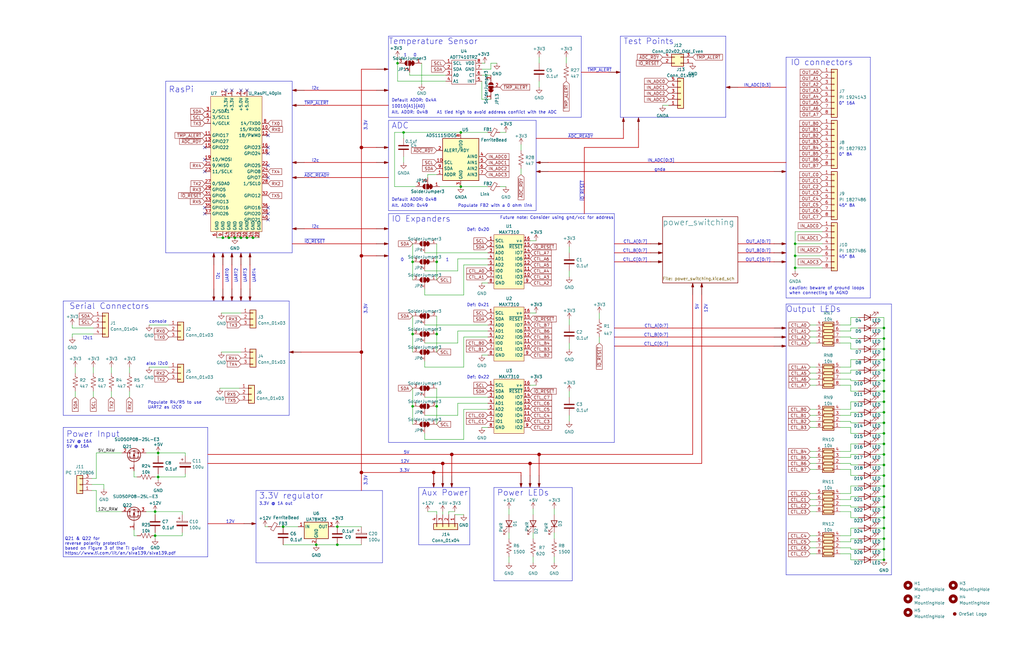
<source format=kicad_sch>
(kicad_sch (version 20211123) (generator eeschema)
  (paper "USLedger")
  (title_block (title "UniClOGS Power Distribution Board") (date "2022-09-06") (rev "2") (company "Benjamin Crall"))
  (junction (at 104.14 100.33))
  (junction (at 372.745 200.66))
  (junction (at 372.745 165.1))
  (junction (at 372.745 227.33))
  (junction (at 372.745 213.995))
  (junction (at 372.745 182.88))
  (junction (at 372.745 231.775))
  (junction (at 194.31 55.88))
  (junction (at 184.15 110.49))
  (junction (at 170.18 55.88))
  (junction (at 372.745 142.875))
  (junction (at 372.745 178.435))
  (junction (at 66.675 191.135))
  (junction (at 133.35 229.87))
  (junction (at 372.745 191.77))
  (junction (at 106.68 100.33))
  (junction (at 372.745 196.215))
  (junction (at 66.675 201.295))
  (junction (at 167.64 26.67))
  (junction (at 93.98 100.33))
  (junction (at 372.745 147.32))
  (junction (at 173.99 110.49))
  (junction (at 65.405 215.9))
  (junction (at 142.24 229.87))
  (junction (at 119.38 222.25))
  (junction (at 372.745 222.885))
  (junction (at 184.15 140.97))
  (junction (at 184.15 171.45))
  (junction (at 372.745 236.22))
  (junction (at 194.31 78.74))
  (junction (at 372.745 218.44))
  (junction (at 372.745 138.43))
  (junction (at 372.745 160.655))
  (junction (at 335.28 102.87))
  (junction (at 101.6 100.33))
  (junction (at 372.745 156.21))
  (junction (at 65.405 226.06))
  (junction (at 372.745 173.99))
  (junction (at 335.28 107.95))
  (junction (at 372.745 151.765))
  (junction (at 99.06 100.33))
  (junction (at 335.28 113.03))
  (junction (at 173.99 140.97))
  (junction (at 96.52 100.33))
  (junction (at 372.745 187.325))
  (junction (at 372.745 209.55))
  (junction (at 173.99 171.45))
  (junction (at 142.24 222.25))
  (junction (at 372.745 205.105))
  (junction (at 372.745 169.545))
  (no_connect (at 101.6 38.1))
  (no_connect (at 104.14 38.1))
  (no_connect (at 113.03 90.17))
  (no_connect (at 113.03 92.71))
  (no_connect (at 86.36 87.63))
  (no_connect (at 86.36 62.23))
  (no_connect (at 86.36 67.31))
  (no_connect (at 113.03 87.63))
  (no_connect (at 86.36 72.39))
  (no_connect (at 86.36 90.17))
  (no_connect (at 113.03 64.77))
  (no_connect (at 113.03 62.23))
  (no_connect (at 113.03 74.93))
  (no_connect (at 113.03 57.15))
  (no_connect (at 113.03 69.85))
  (no_connect (at 95.25 38.1))
  (no_connect (at 97.79 38.1))
  (wire (pts (xy 369.57 142.875) (xy 372.745 142.875)))
  (wire (pts (xy 179.07 137.16) (xy 205.74 137.16)))
  (wire (pts (xy 358.775 236.22) (xy 361.95 236.22)))
  (wire (pts (xy 66.675 200.025) (xy 66.675 201.295)))
  (wire (pts (xy 170.18 55.88) (xy 170.18 58.42)))
  (polyline (pts (xy 331.47 128.27) (xy 375.92 128.27)) (stroke (width 0) (type solid)))
  (wire (pts (xy 210.82 78.74) (xy 213.36 78.74)))
  (wire (pts (xy 358.775 213.36) (xy 358.775 213.995)))
  (wire (pts (xy 96.52 100.33) (xy 99.06 100.33)))
  (wire (pts (xy 354.33 154.94) (xy 358.775 154.94)))
  (polyline (pts (xy 152.4 199.39) (xy 219.71 199.39)) (stroke (width 0.25) (type solid) (color 192 0 0 1)))
  (wire (pts (xy 179.07 154.94) (xy 195.58 154.94)))
  (wire (pts (xy 30.48 138.43) (xy 39.37 138.43)))
  (wire (pts (xy 369.57 165.1) (xy 372.745 165.1)))
  (polyline (pts (xy 152.4 107.95) (xy 158.75 107.95)) (stroke (width 0.25) (type solid) (color 192 0 0 1)))
  (wire (pts (xy 39.37 165.1) (xy 39.37 167.64)))
  (polyline (pts (xy 163.83 50.8) (xy 226.06 50.8)) (stroke (width 0) (type solid)))
  (wire (pts (xy 38.735 201.93) (xy 40.64 201.93)))
  (wire (pts (xy 66.675 201.295) (xy 66.675 202.565)))
  (wire (pts (xy 65.405 215.9) (xy 65.405 217.17)))
  (wire (pts (xy 354.33 177.8) (xy 358.775 177.8)))
  (wire (pts (xy 354.33 175.26) (xy 358.775 175.26)))
  (wire (pts (xy 193.04 109.22) (xy 205.74 109.22)))
  (wire (pts (xy 224.79 214.63) (xy 224.79 217.17)))
  (wire (pts (xy 227.33 34.29) (xy 227.33 36.83)))
  (wire (pts (xy 38.735 207.01) (xy 40.64 207.01)))
  (polyline (pts (xy 331.47 24.13) (xy 367.03 24.13)) (stroke (width 0) (type solid)))
  (wire (pts (xy 43.815 204.47) (xy 43.815 206.375)))
  (polyline (pts (xy 226.06 50.8) (xy 226.06 88.9)) (stroke (width 0) (type solid)))
  (wire (pts (xy 93.98 100.33) (xy 96.52 100.33)))
  (wire (pts (xy 358.775 160.02) (xy 358.775 160.655)))
  (wire (pts (xy 358.775 222.885) (xy 361.95 222.885)))
  (wire (pts (xy 358.775 190.5) (xy 358.775 187.325)))
  (wire (pts (xy 354.33 193.04) (xy 358.775 193.04)))
  (wire (pts (xy 358.775 205.105) (xy 361.95 205.105)))
  (wire (pts (xy 219.71 60.96) (xy 219.71 63.5)))
  (wire (pts (xy 193.04 144.78) (xy 193.04 139.7)))
  (wire (pts (xy 358.775 139.7) (xy 358.775 138.43)))
  (polyline (pts (xy 311.15 36.83) (xy 331.47 36.83)) (stroke (width 0.25) (type solid) (color 192 0 0 1)))
  (polyline (pts (xy 123.19 106.68) (xy 69.85 106.68)) (stroke (width 0) (type solid)))
  (wire (pts (xy 40.64 201.93) (xy 40.64 191.135)))
  (wire (pts (xy 369.57 169.545) (xy 372.745 169.545)))
  (wire (pts (xy 195.58 172.72) (xy 195.58 185.42)))
  (wire (pts (xy 180.34 215.9) (xy 184.15 215.9)))
  (wire (pts (xy 65.405 215.9) (xy 76.835 215.9)))
  (wire (pts (xy 372.745 178.435) (xy 372.745 182.88)))
  (wire (pts (xy 167.64 34.29) (xy 167.64 26.67)))
  (wire (pts (xy 341.63 213.36) (xy 344.17 213.36)))
  (wire (pts (xy 180.34 73.66) (xy 184.15 73.66)))
  (wire (pts (xy 372.745 133.985) (xy 372.745 138.43)))
  (wire (pts (xy 233.68 234.95) (xy 233.68 237.49)))
  (polyline (pts (xy 163.83 50.8) (xy 163.83 88.9)) (stroke (width 0) (type solid)))
  (polyline (pts (xy 295.91 195.58) (xy 87.63 195.58)) (stroke (width 0.25) (type solid) (color 192 0 0 1)))
  (wire (pts (xy 184.15 217.17) (xy 184.15 215.9)))
  (wire (pts (xy 358.775 151.765) (xy 361.95 151.765)))
  (polyline (pts (xy 128.27 74.93) (xy 163.83 74.93)) (stroke (width 0.25) (type solid) (color 192 0 0 1)))
  (wire (pts (xy 118.11 222.25) (xy 119.38 222.25)))
  (wire (pts (xy 369.57 173.99) (xy 372.745 173.99)))
  (polyline (pts (xy 121.92 175.26) (xy 26.67 175.26)) (stroke (width 0) (type solid)))
  (wire (pts (xy 354.33 137.16) (xy 358.775 137.16)))
  (wire (pts (xy 341.63 177.8) (xy 344.17 177.8)))
  (polyline (pts (xy 367.03 24.13) (xy 367.03 125.73)) (stroke (width 0) (type solid)))
  (wire (pts (xy 358.775 165.1) (xy 361.95 165.1)))
  (wire (pts (xy 358.775 147.32) (xy 361.95 147.32)))
  (wire (pts (xy 369.57 151.765) (xy 372.745 151.765)))
  (wire (pts (xy 172.72 31.75) (xy 172.72 30.48)))
  (wire (pts (xy 372.745 142.875) (xy 372.745 147.32)))
  (wire (pts (xy 203.2 180.34) (xy 205.74 180.34)))
  (polyline (pts (xy 190.5 191.77) (xy 190.5 200.66)) (stroke (width 0.25) (type solid) (color 192 0 0 1)))
  (polyline (pts (xy 259.08 110.49) (xy 274.32 110.49)) (stroke (width 0.25) (type solid) (color 192 0 0 1)))
  (wire (pts (xy 341.63 142.24) (xy 344.17 142.24)))
  (wire (pts (xy 66.675 191.135) (xy 78.105 191.135)))
  (wire (pts (xy 240.03 114.3) (xy 240.03 116.84)))
  (polyline (pts (xy 105.41 111.76) (xy 105.41 121.92)) (stroke (width 0.25) (type solid) (color 192 0 0 1)))
  (wire (pts (xy 167.64 26.67) (xy 167.64 24.13)))
  (wire (pts (xy 369.57 218.44) (xy 372.745 218.44)))
  (wire (pts (xy 358.775 195.58) (xy 358.775 196.215)))
  (wire (pts (xy 119.38 222.25) (xy 125.73 222.25)))
  (wire (pts (xy 65.405 201.295) (xy 66.675 201.295)))
  (wire (pts (xy 358.775 178.435) (xy 361.95 178.435)))
  (wire (pts (xy 203.2 41.91) (xy 207.01 41.91)))
  (polyline (pts (xy 69.85 34.29) (xy 69.85 106.68)) (stroke (width 0) (type solid)))
  (wire (pts (xy 240.03 104.14) (xy 240.03 106.68)))
  (polyline (pts (xy 163.83 15.24) (xy 245.11 15.24)) (stroke (width 0) (type solid)))
  (wire (pts (xy 354.33 208.28) (xy 358.775 208.28)))
  (polyline (pts (xy 163.83 15.24) (xy 163.83 49.53)) (stroke (width 0) (type solid)))
  (wire (pts (xy 372.745 182.88) (xy 372.745 187.325)))
  (wire (pts (xy 341.63 180.34) (xy 344.17 180.34)))
  (wire (pts (xy 358.775 193.04) (xy 358.775 191.77)))
  (wire (pts (xy 65.405 224.79) (xy 65.405 226.06)))
  (wire (pts (xy 238.76 24.13) (xy 238.76 26.67)))
  (wire (pts (xy 372.745 222.885) (xy 372.745 227.33)))
  (wire (pts (xy 354.33 195.58) (xy 358.775 195.58)))
  (wire (pts (xy 78.105 201.295) (xy 78.105 200.025)))
  (wire (pts (xy 173.99 171.45) (xy 173.99 179.07)))
  (wire (pts (xy 179.07 121.92) (xy 179.07 124.46)))
  (polyline (pts (xy 176.53 205.74) (xy 176.53 229.87)) (stroke (width 0) (type solid)))
  (wire (pts (xy 354.33 210.82) (xy 358.775 210.82)))
  (wire (pts (xy 179.07 152.4) (xy 179.07 154.94)))
  (polyline (pts (xy 375.92 128.27) (xy 375.92 242.57)) (stroke (width 0) (type solid)))
  (wire (pts (xy 358.775 200.66) (xy 361.95 200.66)))
  (wire (pts (xy 358.775 138.43) (xy 361.95 138.43)))
  (wire (pts (xy 61.595 191.135) (xy 66.675 191.135)))
  (wire (pts (xy 195.58 172.72) (xy 205.74 172.72)))
  (polyline (pts (xy 107.95 207.01) (xy 161.29 207.01)) (stroke (width 0) (type solid)))
  (wire (pts (xy 372.745 160.655) (xy 372.745 165.1)))
  (wire (pts (xy 62.865 154.94) (xy 71.12 154.94)))
  (polyline (pts (xy 128.27 68.58) (xy 158.75 68.58)) (stroke (width 0.25) (type solid) (color 192 0 0 1)))
  (wire (pts (xy 354.33 215.9) (xy 358.775 215.9)))
  (wire (pts (xy 173.99 110.49) (xy 173.99 118.11)))
  (wire (pts (xy 369.57 133.985) (xy 372.745 133.985)))
  (wire (pts (xy 358.775 160.655) (xy 361.95 160.655)))
  (wire (pts (xy 179.07 106.68) (xy 205.74 106.68)))
  (polyline (pts (xy 182.88 199.39) (xy 182.88 200.66)) (stroke (width 0.25) (type solid) (color 192 0 0 1)))
  (wire (pts (xy 354.33 180.34) (xy 358.775 180.34)))
  (wire (pts (xy 93.345 132.08) (xy 101.6 132.08)))
  (polyline (pts (xy 259.08 142.24) (xy 326.39 142.24)) (stroke (width 0.25) (type solid) (color 192 0 0 1)))
  (polyline (pts (xy 259.08 90.17) (xy 259.08 186.69)) (stroke (width 0) (type solid)))
  (wire (pts (xy 227.33 24.13) (xy 227.33 26.67)))
  (wire (pts (xy 372.745 196.215) (xy 372.745 200.66)))
  (polyline (pts (xy 163.83 90.17) (xy 259.08 90.17)) (stroke (width 0) (type solid)))
  (polyline (pts (xy 367.03 125.73) (xy 331.47 125.73)) (stroke (width 0) (type solid)))
  (polyline (pts (xy 219.71 199.39) (xy 219.71 200.66)) (stroke (width 0.25) (type solid) (color 192 0 0 1)))
  (polyline (pts (xy 311.15 106.68) (xy 326.39 106.68)) (stroke (width 0.25) (type solid) (color 192 0 0 1)))
  (wire (pts (xy 166.37 55.88) (xy 166.37 78.74)))
  (wire (pts (xy 140.97 222.25) (xy 142.24 222.25)))
  (wire (pts (xy 106.68 100.33) (xy 109.22 100.33)))
  (wire (pts (xy 170.18 55.88) (xy 194.31 55.88)))
  (wire (pts (xy 30.48 137.16) (xy 30.48 138.43)))
  (wire (pts (xy 173.99 102.87) (xy 173.99 110.49)))
  (wire (pts (xy 341.63 144.78) (xy 344.17 144.78)))
  (wire (pts (xy 358.775 208.28) (xy 358.775 205.105)))
  (wire (pts (xy 369.57 200.66) (xy 372.745 200.66)))
  (wire (pts (xy 354.33 231.14) (xy 358.775 231.14)))
  (wire (pts (xy 39.37 154.94) (xy 39.37 157.48)))
  (wire (pts (xy 39.37 140.97) (xy 30.48 140.97)))
  (wire (pts (xy 195.58 142.24) (xy 195.58 154.94)))
  (wire (pts (xy 354.33 233.68) (xy 358.775 233.68)))
  (polyline (pts (xy 152.4 29.21) (xy 158.75 29.21)) (stroke (width 0.25) (type solid) (color 192 0 0 1)))
  (wire (pts (xy 91.44 100.33) (xy 93.98 100.33)))
  (wire (pts (xy 358.775 154.94) (xy 358.775 151.765)))
  (polyline (pts (xy 306.07 49.53) (xy 261.62 49.53)) (stroke (width 0) (type solid)))
  (wire (pts (xy 194.31 55.88) (xy 205.74 55.88)))
  (wire (pts (xy 179.07 182.88) (xy 179.07 185.42)))
  (wire (pts (xy 38.735 204.47) (xy 43.815 204.47)))
  (polyline (pts (xy 259.08 106.68) (xy 274.32 106.68)) (stroke (width 0.25) (type solid) (color 192 0 0 1)))
  (polyline (pts (xy 121.92 127) (xy 121.92 175.26)) (stroke (width 0) (type solid)))
  (wire (pts (xy 99.06 100.33) (xy 101.6 100.33)))
  (wire (pts (xy 142.24 229.87) (xy 152.4 229.87)))
  (wire (pts (xy 179.07 124.46) (xy 195.58 124.46)))
  (wire (pts (xy 358.775 133.985) (xy 361.95 133.985)))
  (wire (pts (xy 369.57 231.775) (xy 372.745 231.775)))
  (polyline (pts (xy 26.67 180.34) (xy 26.67 234.95)) (stroke (width 0) (type solid)))
  (wire (pts (xy 179.07 144.78) (xy 193.04 144.78)))
  (wire (pts (xy 57.785 226.06) (xy 56.515 226.06)))
  (wire (pts (xy 195.58 111.76) (xy 205.74 111.76)))
  (wire (pts (xy 46.99 154.94) (xy 46.99 157.48)))
  (wire (pts (xy 354.33 144.78) (xy 358.775 144.78)))
  (wire (pts (xy 358.775 228.6) (xy 358.775 227.33)))
  (wire (pts (xy 93.345 148.59) (xy 101.6 148.59)))
  (wire (pts (xy 369.57 138.43) (xy 372.745 138.43)))
  (wire (pts (xy 76.835 224.79) (xy 76.835 226.06)))
  (wire (pts (xy 186.69 215.9) (xy 186.69 217.17)))
  (wire (pts (xy 193.04 114.3) (xy 193.04 109.22)))
  (wire (pts (xy 369.57 182.88) (xy 372.745 182.88)))
  (wire (pts (xy 358.775 144.78) (xy 358.775 147.32)))
  (wire (pts (xy 372.745 209.55) (xy 372.745 213.995)))
  (wire (pts (xy 203.2 119.38) (xy 205.74 119.38)))
  (wire (pts (xy 54.61 165.1) (xy 54.61 167.64)))
  (wire (pts (xy 119.38 229.87) (xy 133.35 229.87)))
  (wire (pts (xy 372.745 200.66) (xy 372.745 205.105)))
  (wire (pts (xy 354.33 228.6) (xy 358.775 228.6)))
  (wire (pts (xy 223.52 101.6) (xy 226.06 101.6)))
  (wire (pts (xy 372.745 173.99) (xy 372.745 178.435)))
  (wire (pts (xy 341.63 137.16) (xy 344.17 137.16)))
  (wire (pts (xy 214.63 224.79) (xy 214.63 227.33)))
  (wire (pts (xy 56.515 201.295) (xy 57.785 201.295)))
  (wire (pts (xy 184.15 140.97) (xy 184.15 148.59)))
  (wire (pts (xy 358.775 213.995) (xy 361.95 213.995)))
  (polyline (pts (xy 198.12 229.87) (xy 176.53 229.87)) (stroke (width 0) (type solid)))
  (wire (pts (xy 369.57 160.655) (xy 372.745 160.655)))
  (polyline (pts (xy 152.4 148.59) (xy 127 148.59)) (stroke (width 0.25) (type solid) (color 192 0 0 1)))
  (wire (pts (xy 133.35 229.87) (xy 142.24 229.87)))
  (wire (pts (xy 358.775 198.12) (xy 358.775 200.66)))
  (polyline (pts (xy 331.47 128.27) (xy 331.47 242.57)) (stroke (width 0) (type solid)))
  (wire (pts (xy 335.28 97.79) (xy 335.28 102.87)))
  (wire (pts (xy 252.73 132.08) (xy 252.73 134.62)))
  (polyline (pts (xy 198.12 205.74) (xy 198.12 229.87)) (stroke (width 0) (type solid)))
  (wire (pts (xy 195.58 142.24) (xy 205.74 142.24)))
  (wire (pts (xy 372.745 227.33) (xy 372.745 231.775)))
  (wire (pts (xy 372.745 187.325) (xy 372.745 191.77)))
  (wire (pts (xy 46.99 165.1) (xy 46.99 167.64)))
  (wire (pts (xy 31.75 165.1) (xy 31.75 167.64)))
  (wire (pts (xy 358.775 226.06) (xy 358.775 222.885)))
  (wire (pts (xy 372.745 147.32) (xy 372.745 151.765)))
  (polyline (pts (xy 93.98 111.76) (xy 93.98 121.92)) (stroke (width 0.25) (type solid) (color 192 0 0 1)))
  (wire (pts (xy 240.03 134.62) (xy 240.03 137.16)))
  (polyline (pts (xy 123.19 34.29) (xy 123.19 106.68)) (stroke (width 0) (type solid)))
  (wire (pts (xy 66.675 191.135) (xy 66.675 192.405)))
  (polyline (pts (xy 261.62 15.24) (xy 261.62 49.53)) (stroke (width 0) (type solid)))
  (polyline (pts (xy 161.29 207.01) (xy 161.29 237.49)) (stroke (width 0) (type solid)))
  (polyline (pts (xy 306.07 15.24) (xy 306.07 49.53)) (stroke (width 0) (type solid)))
  (wire (pts (xy 219.71 71.12) (xy 219.71 73.66)))
  (wire (pts (xy 166.37 55.88) (xy 170.18 55.88)))
  (polyline (pts (xy 245.11 49.53) (xy 163.83 49.53)) (stroke (width 0) (type solid)))
  (wire (pts (xy 369.57 187.325) (xy 372.745 187.325)))
  (wire (pts (xy 92.71 163.83) (xy 100.965 163.83)))
  (wire (pts (xy 358.775 209.55) (xy 361.95 209.55)))
  (wire (pts (xy 341.63 233.68) (xy 344.17 233.68)))
  (wire (pts (xy 78.105 191.135) (xy 78.105 192.405)))
  (polyline (pts (xy 87.63 180.34) (xy 87.63 234.95)) (stroke (width 0) (type solid)))
  (wire (pts (xy 358.775 157.48) (xy 358.775 156.21)))
  (polyline (pts (xy 259.08 146.05) (xy 326.39 146.05)) (stroke (width 0.25) (type solid) (color 192 0 0 1)))
  (wire (pts (xy 191.77 217.17) (xy 195.58 217.17)))
  (polyline (pts (xy 69.85 34.29) (xy 123.19 34.29)) (stroke (width 0) (type solid)))
  (polyline (pts (xy 226.06 88.9) (xy 163.83 88.9)) (stroke (width 0) (type solid)))
  (polyline (pts (xy 97.79 111.76) (xy 97.79 121.92)) (stroke (width 0.25) (type solid) (color 192 0 0 1)))
  (wire (pts (xy 358.775 180.34) (xy 358.775 182.88)))
  (wire (pts (xy 111.76 222.25) (xy 113.03 222.25)))
  (wire (pts (xy 341.63 215.9) (xy 344.17 215.9)))
  (wire (pts (xy 179.07 167.64) (xy 205.74 167.64)))
  (wire (pts (xy 372.745 138.43) (xy 372.745 142.875)))
  (wire (pts (xy 372.745 191.77) (xy 372.745 196.215)))
  (wire (pts (xy 224.79 224.79) (xy 224.79 227.33)))
  (polyline (pts (xy 208.28 205.74) (xy 241.3 205.74)) (stroke (width 0) (type solid)))
  (wire (pts (xy 252.73 142.24) (xy 252.73 144.78)))
  (polyline (pts (xy 292.1 191.77) (xy 87.63 191.77)) (stroke (width 0.25) (type solid) (color 192 0 0 1)))
  (wire (pts (xy 341.63 195.58) (xy 344.17 195.58)))
  (wire (pts (xy 358.775 215.9) (xy 358.775 218.44)))
  (wire (pts (xy 354.33 198.12) (xy 358.775 198.12)))
  (wire (pts (xy 358.775 142.24) (xy 358.775 142.875)))
  (polyline (pts (xy 152.4 62.23) (xy 158.75 62.23)) (stroke (width 0.25) (type solid) (color 192 0 0 1)))
  (polyline (pts (xy 261.62 15.24) (xy 306.07 15.24)) (stroke (width 0) (type solid)))
  (wire (pts (xy 193.04 139.7) (xy 205.74 139.7)))
  (wire (pts (xy 40.64 191.135) (xy 51.435 191.135)))
  (polyline (pts (xy 262.89 54.61) (xy 262.89 58.42)) (stroke (width 0.25) (type solid) (color 192 0 0 1)))
  (wire (pts (xy 179.07 175.26) (xy 193.04 175.26)))
  (wire (pts (xy 187.96 31.75) (xy 172.72 31.75)))
  (wire (pts (xy 372.745 213.995) (xy 372.745 218.44)))
  (wire (pts (xy 372.745 151.765) (xy 372.745 156.21)))
  (wire (pts (xy 240.03 165.1) (xy 240.03 167.64)))
  (wire (pts (xy 341.63 208.28) (xy 344.17 208.28)))
  (wire (pts (xy 341.63 154.94) (xy 344.17 154.94)))
  (wire (pts (xy 56.515 223.52) (xy 56.515 226.06)))
  (wire (pts (xy 203.2 31.75) (xy 207.01 31.75)))
  (wire (pts (xy 354.33 213.36) (xy 358.775 213.36)))
  (wire (pts (xy 369.57 213.995) (xy 372.745 213.995)))
  (wire (pts (xy 173.99 163.83) (xy 173.99 171.45)))
  (wire (pts (xy 354.33 157.48) (xy 358.775 157.48)))
  (wire (pts (xy 354.33 226.06) (xy 358.775 226.06)))
  (polyline (pts (xy 107.95 207.01) (xy 107.95 237.49)) (stroke (width 0) (type solid)))
  (wire (pts (xy 335.28 113.03) (xy 346.71 113.03)))
  (wire (pts (xy 233.68 214.63) (xy 233.68 217.17)))
  (polyline (pts (xy 295.91 124.46) (xy 295.91 195.58)) (stroke (width 0.25) (type solid) (color 192 0 0 1)))
  (polyline (pts (xy 375.92 242.57) (xy 331.47 242.57)) (stroke (width 0) (type solid)))
  (wire (pts (xy 40.64 207.01) (xy 40.64 215.9)))
  (wire (pts (xy 358.775 182.88) (xy 361.95 182.88)))
  (wire (pts (xy 184.15 110.49) (xy 184.15 118.11)))
  (wire (pts (xy 369.57 209.55) (xy 372.745 209.55)))
  (wire (pts (xy 354.33 172.72) (xy 358.775 172.72)))
  (polyline (pts (xy 208.28 205.74) (xy 208.28 245.11)) (stroke (width 0) (type solid)))
  (polyline (pts (xy 231.14 72.39) (xy 326.39 72.39)) (stroke (width 0.25) (type solid) (color 192 0 0 1)))
  (wire (pts (xy 214.63 214.63) (xy 214.63 217.17)))
  (wire (pts (xy 354.33 142.24) (xy 358.775 142.24)))
  (wire (pts (xy 335.28 107.95) (xy 335.28 113.03)))
  (polyline (pts (xy 311.15 110.49) (xy 326.39 110.49)) (stroke (width 0.25) (type solid) (color 192 0 0 1)))
  (wire (pts (xy 358.775 173.99) (xy 361.95 173.99)))
  (wire (pts (xy 189.23 215.9) (xy 191.77 215.9)))
  (polyline (pts (xy 128.27 44.45) (xy 163.83 44.45)) (stroke (width 0.25) (type solid) (color 192 0 0 1)))
  (wire (pts (xy 354.33 160.02) (xy 358.775 160.02)))
  (wire (pts (xy 180.34 74.93) (xy 180.34 73.66)))
  (wire (pts (xy 76.835 226.06) (xy 65.405 226.06)))
  (wire (pts (xy 369.57 191.77) (xy 372.745 191.77)))
  (wire (pts (xy 203.2 29.21) (xy 207.01 29.21)))
  (wire (pts (xy 341.63 172.72) (xy 344.17 172.72)))
  (wire (pts (xy 358.775 231.775) (xy 361.95 231.775)))
  (wire (pts (xy 210.82 55.88) (xy 213.36 55.88)))
  (wire (pts (xy 372.745 169.545) (xy 372.745 173.99)))
  (wire (pts (xy 341.63 190.5) (xy 344.17 190.5)))
  (polyline (pts (xy 241.3 205.74) (xy 241.3 245.11)) (stroke (width 0) (type solid)))
  (wire (pts (xy 335.28 113.03) (xy 335.28 114.3)))
  (wire (pts (xy 31.75 154.94) (xy 31.75 157.48)))
  (wire (pts (xy 354.33 190.5) (xy 358.775 190.5)))
  (wire (pts (xy 66.675 201.295) (xy 78.105 201.295)))
  (wire (pts (xy 203.2 34.29) (xy 203.2 41.91)))
  (wire (pts (xy 62.865 137.16) (xy 71.12 137.16)))
  (polyline (pts (xy 259.08 186.69) (xy 163.83 186.69)) (stroke (width 0) (type solid)))
  (wire (pts (xy 369.57 147.32) (xy 372.745 147.32)))
  (wire (pts (xy 358.775 191.77) (xy 361.95 191.77)))
  (wire (pts (xy 184.15 102.87) (xy 184.15 110.49)))
  (wire (pts (xy 341.63 139.7) (xy 344.17 139.7)))
  (wire (pts (xy 358.775 227.33) (xy 361.95 227.33)))
  (polyline (pts (xy 90.17 111.76) (xy 90.17 121.92)) (stroke (width 0.25) (type solid) (color 192 0 0 1)))
  (wire (pts (xy 358.775 233.68) (xy 358.775 236.22)))
  (polyline (pts (xy 241.3 245.11) (xy 208.28 245.11)) (stroke (width 0) (type solid)))
  (wire (pts (xy 177.8 26.67) (xy 177.8 35.56)))
  (polyline (pts (xy 231.14 68.58) (xy 331.47 68.58)) (stroke (width 0.25) (type solid) (color 192 0 0 1)))
  (polyline (pts (xy 163.83 90.17) (xy 163.83 186.69)) (stroke (width 0) (type solid)))
  (wire (pts (xy 372.745 156.21) (xy 372.745 160.655)))
  (polyline (pts (xy 259.08 102.87) (xy 274.32 102.87)) (stroke (width 0.25) (type solid) (color 192 0 0 1)))
  (wire (pts (xy 369.57 196.215) (xy 372.745 196.215)))
  (wire (pts (xy 358.775 187.325) (xy 361.95 187.325)))
  (wire (pts (xy 358.775 137.16) (xy 358.775 133.985)))
  (wire (pts (xy 207.01 26.67) (xy 209.55 26.67)))
  (wire (pts (xy 179.07 185.42) (xy 195.58 185.42)))
  (wire (pts (xy 358.775 169.545) (xy 361.95 169.545)))
  (wire (pts (xy 372.745 218.44) (xy 372.745 222.885)))
  (wire (pts (xy 40.64 215.9) (xy 51.435 215.9)))
  (wire (pts (xy 341.63 162.56) (xy 344.17 162.56)))
  (wire (pts (xy 76.835 215.9) (xy 76.835 217.17)))
  (polyline (pts (xy 246.38 62.23) (xy 246.38 90.17)) (stroke (width 0.25) (type solid) (color 192 0 0 1)))
  (wire (pts (xy 369.57 205.105) (xy 372.745 205.105)))
  (wire (pts (xy 372.745 165.1) (xy 372.745 169.545)))
  (wire (pts (xy 358.775 142.875) (xy 361.95 142.875)))
  (wire (pts (xy 184.15 133.35) (xy 184.15 140.97)))
  (polyline (pts (xy 292.1 191.77) (xy 292.1 124.46)) (stroke (width 0.25) (type solid) (color 192 0 0 1)))
  (polyline (pts (xy 161.29 237.49) (xy 107.95 237.49)) (stroke (width 0) (type solid)))
  (wire (pts (xy 167.64 34.29) (xy 187.96 34.29)))
  (wire (pts (xy 223.52 132.08) (xy 226.06 132.08)))
  (wire (pts (xy 358.775 196.215) (xy 361.95 196.215)))
  (polyline (pts (xy 269.24 62.23) (xy 246.38 62.23)) (stroke (width 0.25) (type solid) (color 192 0 0 1)))
  (wire (pts (xy 372.745 231.775) (xy 372.745 236.22)))
  (wire (pts (xy 341.63 210.82) (xy 344.17 210.82)))
  (wire (pts (xy 65.405 226.06) (xy 65.405 227.33)))
  (wire (pts (xy 358.775 231.14) (xy 358.775 231.775)))
  (wire (pts (xy 341.63 193.04) (xy 344.17 193.04)))
  (polyline (pts (xy 331.47 24.13) (xy 331.47 125.73)) (stroke (width 0) (type solid)))
  (wire (pts (xy 372.745 205.105) (xy 372.745 209.55)))
  (wire (pts (xy 341.63 226.06) (xy 344.17 226.06)))
  (polyline (pts (xy 87.63 220.98) (xy 102.87 220.98)) (stroke (width 0.25) (type solid) (color 192 0 0 1)))
  (polyline (pts (xy 245.11 30.48) (xy 256.54 30.48)) (stroke (width 0.25) (type solid) (color 192 0 0 1)))
  (wire (pts (xy 184.15 163.83) (xy 184.15 171.45)))
  (polyline (pts (xy 26.67 127) (xy 121.92 127)) (stroke (width 0) (type solid)))
  (wire (pts (xy 207.01 29.21) (xy 207.01 26.67)))
  (wire (pts (xy 341.63 175.26) (xy 344.17 175.26)))
  (polyline (pts (xy 87.63 234.95) (xy 26.67 234.95)) (stroke (width 0) (type solid)))
  (wire (pts (xy 369.57 156.21) (xy 372.745 156.21)))
  (polyline (pts (xy 26.67 180.34) (xy 87.63 180.34)) (stroke (width 0) (type solid)))
  (wire (pts (xy 354.33 162.56) (xy 358.775 162.56)))
  (wire (pts (xy 358.775 177.8) (xy 358.775 178.435)))
  (wire (pts (xy 369.57 222.885) (xy 372.745 222.885)))
  (wire (pts (xy 56.515 198.755) (xy 56.515 201.295)))
  (wire (pts (xy 170.18 66.04) (xy 170.18 68.58)))
  (wire (pts (xy 369.57 227.33) (xy 372.745 227.33)))
  (polyline (pts (xy 128.27 96.52) (xy 158.75 96.52)) (stroke (width 0.25) (type solid) (color 192 0 0 1)))
  (polyline (pts (xy 158.75 102.87) (xy 123.19 102.87)) (stroke (width 0.25) (type solid) (color 192 0 0 1)))
  (wire (pts (xy 193.04 170.18) (xy 205.74 170.18)))
  (wire (pts (xy 223.52 162.56) (xy 226.06 162.56)))
  (polyline (pts (xy 176.53 205.74) (xy 198.12 205.74)) (stroke (width 0) (type solid)))
  (polyline (pts (xy 269.24 54.61) (xy 269.24 62.23)) (stroke (width 0.25) (type solid) (color 192 0 0 1)))
  (wire (pts (xy 179.07 114.3) (xy 193.04 114.3)))
  (wire (pts (xy 214.63 234.95) (xy 214.63 237.49)))
  (wire (pts (xy 341.63 228.6) (xy 344.17 228.6)))
  (polyline (pts (xy 152.4 29.21) (xy 152.4 207.01)) (stroke (width 0.25) (type solid) (color 192 0 0 1)))
  (wire (pts (xy 240.03 175.26) (xy 240.03 177.8)))
  (wire (pts (xy 279.4 44.45) (xy 281.94 44.45)))
  (wire (pts (xy 101.6 100.33) (xy 104.14 100.33)))
  (wire (pts (xy 341.63 157.48) (xy 344.17 157.48)))
  (wire (pts (xy 142.24 222.25) (xy 152.4 222.25)))
  (wire (pts (xy 104.14 100.33) (xy 106.68 100.33)))
  (polyline (pts (xy 223.52 195.58) (xy 223.52 200.66)) (stroke (width 0.25) (type solid) (color 192 0 0 1)))
  (wire (pts (xy 61.595 215.9) (xy 65.405 215.9)))
  (wire (pts (xy 358.775 218.44) (xy 361.95 218.44)))
  (wire (pts (xy 224.79 234.95) (xy 224.79 237.49)))
  (wire (pts (xy 184.15 171.45) (xy 184.15 179.07)))
  (wire (pts (xy 193.04 175.26) (xy 193.04 170.18)))
  (polyline (pts (xy 259.08 138.43) (xy 326.39 138.43)) (stroke (width 0.25) (type solid) (color 192 0 0 1)))
  (wire (pts (xy 358.775 210.82) (xy 358.775 209.55)))
  (wire (pts (xy 346.71 97.79) (xy 335.28 97.79)))
  (wire (pts (xy 194.31 78.74) (xy 205.74 78.74)))
  (wire (pts (xy 203.2 26.67) (xy 204.47 26.67)))
  (wire (pts (xy 335.28 107.95) (xy 346.71 107.95)))
  (wire (pts (xy 185.42 78.74) (xy 194.31 78.74)))
  (polyline (pts (xy 128.27 38.1) (xy 158.75 38.1)) (stroke (width 0.25) (type solid) (color 192 0 0 1)))
  (polyline (pts (xy 227.33 191.77) (xy 227.33 200.66)) (stroke (width 0.25) (type solid) (color 192 0 0 1)))
  (wire (pts (xy 335.28 102.87) (xy 346.71 102.87)))
  (wire (pts (xy 173.99 140.97) (xy 173.99 148.59)))
  (wire (pts (xy 341.63 231.14) (xy 344.17 231.14)))
  (wire (pts (xy 173.99 133.35) (xy 173.99 140.97)))
  (wire (pts (xy 30.48 140.97) (xy 30.48 142.24)))
  (polyline (pts (xy 26.67 127) (xy 26.67 175.26)) (stroke (width 0) (type solid)))
  (wire (pts (xy 233.68 224.79) (xy 233.68 227.33)))
  (wire (pts (xy 240.03 144.78) (xy 240.03 147.32)))
  (wire (pts (xy 369.57 236.22) (xy 372.745 236.22)))
  (wire (pts (xy 335.28 102.87) (xy 335.28 107.95)))
  (wire (pts (xy 358.775 172.72) (xy 358.775 169.545)))
  (wire (pts (xy 354.33 139.7) (xy 358.775 139.7)))
  (polyline (pts (xy 262.89 58.42) (xy 226.06 58.42)) (stroke (width 0.25) (type solid) (color 192 0 0 1)))
  (wire (pts (xy 358.775 175.26) (xy 358.775 173.99)))
  (wire (pts (xy 358.775 162.56) (xy 358.775 165.1)))
  (wire (pts (xy 358.775 156.21) (xy 361.95 156.21)))
  (polyline (pts (xy 186.69 195.58) (xy 186.69 200.66)) (stroke (width 0.25) (type solid) (color 192 0 0 1)))
  (polyline (pts (xy 101.6 111.76) (xy 101.6 121.92)) (stroke (width 0.25) (type solid) (color 192 0 0 1)))
  (wire (pts (xy 341.63 160.02) (xy 344.17 160.02)))
  (wire (pts (xy 189.23 217.17) (xy 189.23 215.9)))
  (wire (pts (xy 341.63 198.12) (xy 344.17 198.12)))
  (wire (pts (xy 369.57 178.435) (xy 372.745 178.435)))
  (wire (pts (xy 203.2 149.86) (xy 205.74 149.86)))
  (wire (pts (xy 54.61 154.94) (xy 54.61 157.48)))
  (polyline (pts (xy 245.11 15.24) (xy 245.11 49.53)) (stroke (width 0) (type solid)))
  (wire (pts (xy 195.58 111.76) (xy 195.58 124.46)))
  (wire (pts (xy 166.37 78.74) (xy 175.26 78.74)))
  (polyline (pts (xy 311.15 102.87) (xy 326.39 102.87)) (stroke (width 0.25) (type solid) (color 192 0 0 1)))
  (text "12V" (at 95.25 220.98 0) (effects (font (size 1.27 1.27)) (justify left bottom)))
  (text "UART4" (at 107.95 119.38 90) (effects (font (size 1.27 1.27)) (justify left bottom)))
  (text "OUT_A[0:7]" (at 325.12 102.87 180) (effects (font (size 1.27 1.27)) (justify right bottom)))
  (text "~{ADC_READY}" (at 250.19 58.42 180) (effects (font (size 1.27 1.27)) (justify right bottom)))
  (text "3.3V" (at 154.94 200.66 270) (effects (font (size 1.27 1.27)) (justify right bottom)))
  (text "Power Input" (at 27.94 184.785 0) (effects (font (size 2.5 2.5)) (justify left bottom)))
  (text "UART2" (at 100.33 119.38 90) (effects (font (size 1.27 1.27)) (justify left bottom)))
  (text "5V" (at 294.64 130.81 90) (effects (font (size 1.27 1.27)) (justify left bottom)))
  (text "45° 8A" (at 353.695 87.63 0) (effects (font (size 1.27 1.27)) (justify left bottom)))
  (text "Test Points" (at 262.89 19.05 0) (effects (font (size 2.5 2.5)) (justify left bottom)))
  (text "3.3V" (at 172.72 199.39 180) (effects (font (size 1.27 1.27)) (justify right bottom)))
  (text "Alt. ADDR: 0x4B" (at 165.1 48.26 0) (effects (font (size 1.27 1.27)) (justify left bottom)))
  (text "Def: 0x20" (at 196.85 97.79 0) (effects (font (size 1.27 1.27)) (justify left bottom)))
  (text "3.3V @ 1A out" (at 109.22 213.36 0) (effects (font (size 1.27 1.27)) (justify left bottom)))
  (text "OUT_C[0:7]" (at 325.12 110.49 180) (effects (font (size 1.27 1.27)) (justify right bottom)))
  (text "Serial Connectors" (at 29.21 130.81 0) (effects (font (size 2.5 2.5)) (justify left bottom)))
  (text "12V" (at 168.91 195.58 0) (effects (font (size 1.27 1.27)) (justify left bottom)))
  (text "OUT_B[0:7]" (at 325.12 106.68 180) (effects (font (size 1.27 1.27)) (justify right bottom)))
  (text "Def: 0x21" (at 196.85 129.54 0) (effects (font (size 1.27 1.27)) (justify left bottom)))
  (text "0° 16A" (at 353.695 44.45 0) (effects (font (size 1.27 1.27)) (justify left bottom)))
  (text "1" (at 187.96 110.49 0) (effects (font (size 1.27 1.27)) (justify left bottom)))
  (text "also i2c0" (at 61.595 154.305 0) (effects (font (size 1.27 1.27)) (justify left bottom)))
  (text "CTL_A[0:7]" (at 273.05 102.87 180) (effects (font (size 1.27 1.27)) (justify right bottom)))
  (text "Def: 0x22" (at 196.85 160.02 0) (effects (font (size 1.27 1.27)) (justify left bottom)))
  (text "CTL_C[0:7]" (at 273.05 110.49 180) (effects (font (size 1.27 1.27)) (justify right bottom)))
  (text "Temperature Sensor" (at 163.83 19.05 0) (effects (font (size 2.5 2.5)) (justify left bottom)))
  (text "12V" (at 298.45 132.08 90) (effects (font (size 1.27 1.27)) (justify left bottom)))
  (text "CTL_B[0:7]" (at 281.94 142.24 180) (effects (font (size 1.27 1.27)) (justify right bottom)))
  (text "UART0" (at 96.52 119.38 90) (effects (font (size 1.27 1.27)) (justify left bottom)))
  (text "3.3V" (at 154.94 50.8 270) (effects (font (size 1.27 1.27)) (justify right bottom)))
  (text "12V @ 16A\n5V @ 16A" (at 27.94 189.23 0) (effects (font (size 1.27 1.27)) (justify left bottom)))
  (text "caution: beware of ground loops\nwhen connecting to AGND" (at 332.74 124.46 0) (effects (font (size 1.27 1.27)) (justify left bottom)))
  (text "IN_ADC[0:3]" (at 313.69 36.83 0) (effects (font (size 1.27 1.27)) (justify left bottom)))
  (text "CTL_C[0:7]" (at 281.94 146.05 180) (effects (font (size 1.27 1.27)) (justify right bottom)))
  (text "0° 8A" (at 353.695 66.04 0) (effects (font (size 1.27 1.27)) (justify left bottom)))
  (text "A1 tied high to avoid address conflict with the ADC" (at 184.15 48.26 0) (effects (font (size 1.27 1.27)) (justify left bottom)))
  (text "Alt. ADDR: 0x49" (at 165.1 87.63 0) (effects (font (size 1.27 1.27)) (justify left bottom)))
  (text "Output LEDs" (at 331.47 132.08 0) (effects (font (size 2.5 2.5)) (justify left bottom)))
  (text "~{TMP_ALERT}" (at 247.65 30.48 0) (effects (font (size 1.27 1.27)) (justify left bottom)))
  (text "RasPi" (at 71.12 39.37 0) (effects (font (size 2.5 2.5)) (justify left bottom)))
  (text "i2c" (at 134.62 68.58 180) (effects (font (size 1.27 1.27)) (justify right bottom)))
  (text "Aux Power" (at 177.8 209.55 0) (effects (font (size 2.5 2.5)) (justify left bottom)))
  (text "Populate R4/R5 to use\nUART2 as I2C0" (at 62.23 172.72 0) (effects (font (size 1.27 1.27)) (justify left bottom)))
  (text "Default ADDR: 0x48" (at 165.1 85.09 0) (effects (font (size 1.27 1.27)) (justify left bottom)))
  (text "IO connectors" (at 333.375 27.94 0) (effects (font (size 2.5 2.5)) (justify left bottom)))
  (text "Power LEDs" (at 209.55 209.55 0) (effects (font (size 2.5 2.5)) (justify left bottom)))
  (text "3.3V" (at 154.94 128.27 270) (effects (font (size 1.27 1.27)) (justify right bottom)))
  (text "~{IO_RESET}" (at 128.27 102.87 0) (effects (font (size 1.27 1.27)) (justify left bottom)))
  (text "Future note: Consider using gnd/vcc for address" (at 210.82 92.71 0) (effects (font (size 1.27 1.27)) (justify left bottom)))
  (text "Default ADDR: 0x4A" (at 165.1 43.18 0) (effects (font (size 1.27 1.27)) (justify left bottom)))
  (text "i2c" (at 134.62 96.52 180) (effects (font (size 1.27 1.27)) (justify right bottom)))
  (text "Q21 & Q22 for\nreverse polarity protection\nbased on Figure 3 of the TI guide\nhttps://www.ti.com/lit/an/slva139/slva139.pdf" (at 27.305 234.315 0) (effects (font (size 1.27 1.27)) (justify left bottom)))
  (text "CTL_B[0:7]" (at 273.05 106.68 180) (effects (font (size 1.27 1.27)) (justify right bottom)))
  (text "UART3" (at 104.14 119.38 90) (effects (font (size 1.27 1.27)) (justify left bottom)))
  (text "CTL_A[0:7]" (at 281.94 138.43 180) (effects (font (size 1.27 1.27)) (justify right bottom)))
  (text "i2c" (at 92.71 118.11 90) (effects (font (size 1.27 1.27)) (justify left bottom)))
  (text "5V" (at 170.18 191.77 0) (effects (font (size 1.27 1.27)) (justify left bottom)))
  (text "Populate FB2 with a 0 ohm link" (at 193.04 87.63 0) (effects (font (size 1.27 1.27)) (justify left bottom)))
  (text "i2c1" (at 34.925 143.51 0) (effects (font (size 1.27 1.27)) (justify left bottom)))
  (text "~{IO_RESET}" (at 246.38 85.09 90) (effects (font (size 1.27 1.27)) (justify left bottom)))
  (text "10010{A1}{A0}" (at 165.1 45.72 0) (effects (font (size 1.27 1.27)) (justify left bottom)))
  (text "ADC" (at 165.1 54.61 0) (effects (font (size 2.5 2.5)) (justify left bottom)))
  (text "i2c" (at 134.62 38.1 180) (effects (font (size 1.27 1.27)) (justify right bottom)))
  (text "console" (at 62.865 136.525 0) (effects (font (size 1.27 1.27)) (justify left bottom)))
  (text "45° 8A" (at 353.695 109.22 0) (effects (font (size 1.27 1.27)) (justify left bottom)))
  (text "0" (at 168.91 110.49 0) (effects (font (size 1.27 1.27)) (justify left bottom)))
  (text "~{ADC_READY}" (at 128.27 74.93 0) (effects (font (size 1.27 1.27)) (justify left bottom)))
  (text "1   0" (at 170.18 24.13 0) (effects (font (size 1.27 1.27)) (justify left bottom)))
  (text "gnda" (at 280.67 72.39 180) (effects (font (size 1.27 1.27)) (justify right bottom)))
  (text "IO Expanders" (at 165.1 93.98 0) (effects (font (size 2.5 2.5)) (justify left bottom)))
  (text "IN_ADC[0:3]" (at 284.48 68.58 180) (effects (font (size 1.27 1.27)) (justify right bottom)))
  (text "3.3V regulator" (at 109.22 210.82 0) (effects (font (size 2.5 2.5)) (justify left bottom)))
  (text "~{TMP_ALERT}" (at 128.27 44.45 0) (effects (font (size 1.27 1.27)) (justify left bottom)))
  (label "5V_RAW" (at 41.275 191.135 0))
  (label "12V_RAW" (at 41.275 215.9 0))
  (global_label "OUT_B1" (shape input) (at 346.71 54.61 180) (property "Intersheet References" "${INTERSHEET_REFS}" (effects hide)))
  (global_label "CTL_C6" (shape input) (at 341.63 231.14 180) (property "Intersheet References" "${INTERSHEET_REFS}" (effects hide)))
  (global_label "SDA" (shape input) (at 184.15 71.12 180) (property "Intersheet References" "${INTERSHEET_REFS}" (effects hide)))
  (global_label "CTL_B6" (shape input) (at 341.63 195.58 180) (property "Intersheet References" "${INTERSHEET_REFS}" (effects hide)))
  (global_label "CTL_B2" (shape input) (at 223.52 149.86 0) (property "Intersheet References" "${INTERSHEET_REFS}" (effects hide)))
  (global_label "CTL_A6" (shape input) (at 223.52 109.22 0) (property "Intersheet References" "${INTERSHEET_REFS}" (effects hide)))
  (global_label "OUT_B4" (shape input) (at 346.71 62.23 180) (property "Intersheet References" "${INTERSHEET_REFS}" (effects hide)))
  (global_label "CTL_C2" (shape input) (at 223.52 180.34 0) (property "Intersheet References" "${INTERSHEET_REFS}" (effects hide)))
  (global_label "IN_ADC0" (shape input) (at 204.47 66.04 0) (property "Intersheet References" "${INTERSHEET_REFS}" (effects hide)))
  (global_label "CTL_A1" (shape input) (at 341.63 139.7 180) (property "Intersheet References" "${INTERSHEET_REFS}" (effects hide)))
  (global_label "CTL_C3" (shape input) (at 223.52 177.8 0) (property "Intersheet References" "${INTERSHEET_REFS}" (effects hide)))
  (global_label "OUT_A5" (shape input) (at 346.71 43.18 180) (property "Intersheet References" "${INTERSHEET_REFS}" (effects hide)))
  (global_label "CTL_A3" (shape input) (at 223.52 116.84 0) (property "Intersheet References" "${INTERSHEET_REFS}" (effects hide)))
  (global_label "~{IO_RESET}" (shape input) (at 223.52 165.1 0) (property "Intersheet References" "${INTERSHEET_REFS}" (effects hide)))
  (global_label "RX3" (shape input) (at 86.36 80.01 180) (property "Intersheet References" "${INTERSHEET_REFS}" (effects hide)))
  (global_label "SCL" (shape input) (at 184.15 179.07 0) (property "Intersheet References" "${INTERSHEET_REFS}" (effects hide)))
  (global_label "CTL_C2" (shape input) (at 341.63 213.36 180) (property "Intersheet References" "${INTERSHEET_REFS}" (effects hide)))
  (global_label "SDA" (shape input) (at 31.75 167.64 270) (property "Intersheet References" "${INTERSHEET_REFS}" (effects hide)))
  (global_label "CTL_B5" (shape input) (at 223.52 142.24 0) (property "Intersheet References" "${INTERSHEET_REFS}" (effects hide)))
  (global_label "CTL_A0" (shape input) (at 341.63 137.16 180) (property "Intersheet References" "${INTERSHEET_REFS}" (effects hide)))
  (global_label "SDA" (shape input) (at 86.36 46.99 180) (property "Intersheet References" "${INTERSHEET_REFS}" (effects hide)))
  (global_label "RX5" (shape input) (at 86.36 85.09 180) (property "Intersheet References" "${INTERSHEET_REFS}" (effects hide)))
  (global_label "CTL_A4" (shape input) (at 341.63 154.94 180) (property "Intersheet References" "${INTERSHEET_REFS}" (effects hide)))
  (global_label "SCL" (shape input) (at 205.74 101.6 180) (property "Intersheet References" "${INTERSHEET_REFS}" (effects hide)))
  (global_label "CTL_B1" (shape input) (at 205.74 147.32 180) (property "Intersheet References" "${INTERSHEET_REFS}" (effects hide)))
  (global_label "IN_ADC0" (shape input) (at 281.94 34.29 180) (property "Intersheet References" "${INTERSHEET_REFS}" (effects hide)))
  (global_label "OUT_C0" (shape input) (at 346.71 73.66 180) (property "Intersheet References" "${INTERSHEET_REFS}" (effects hide)))
  (global_label "IN_ADC1" (shape input) (at 204.47 68.58 0) (property "Intersheet References" "${INTERSHEET_REFS}" (effects hide)))
  (global_label "CTL_B0" (shape input) (at 341.63 172.72 180) (property "Intersheet References" "${INTERSHEET_REFS}" (effects hide)))
  (global_label "OUT_B6" (shape input) (at 346.71 67.31 180) (property "Intersheet References" "${INTERSHEET_REFS}" (effects hide)))
  (global_label "SCL" (shape input) (at 205.74 162.56 180) (property "Intersheet References" "${INTERSHEET_REFS}" (effects hide)))
  (global_label "CTL_C7" (shape input) (at 223.52 167.64 0) (property "Intersheet References" "${INTERSHEET_REFS}" (effects hide)))
  (global_label "SDA" (shape input) (at 173.99 102.87 180) (property "Intersheet References" "${INTERSHEET_REFS}" (effects hide)))
  (global_label "~{ADC_RDY}" (shape input) (at 184.15 63.5 180) (property "Intersheet References" "${INTERSHEET_REFS}" (effects hide)))
  (global_label "TX0" (shape input) (at 71.12 142.24 180) (property "Intersheet References" "${INTERSHEET_REFS}" (effects hide)))
  (global_label "SCL" (shape input) (at 39.37 167.64 270) (property "Intersheet References" "${INTERSHEET_REFS}" (effects hide)))
  (global_label "~{IO_RESET}" (shape input) (at 252.73 144.78 270) (property "Intersheet References" "${INTERSHEET_REFS}" (effects hide)))
  (global_label "OUT_C2" (shape input) (at 346.71 78.74 180) (property "Intersheet References" "${INTERSHEET_REFS}" (effects hide)))
  (global_label "~{IO_RESET}" (shape input) (at 223.52 104.14 0) (property "Intersheet References" "${INTERSHEET_REFS}" (effects hide)))
  (global_label "~{IO_RESET}" (shape input) (at 223.52 134.62 0) (property "Intersheet References" "${INTERSHEET_REFS}" (effects hide)))
  (global_label "SCL" (shape input) (at 184.15 148.59 0) (property "Intersheet References" "${INTERSHEET_REFS}" (effects hide)))
  (global_label "IN_ADC1" (shape input) (at 346.71 100.33 180) (property "Intersheet References" "${INTERSHEET_REFS}" (effects hide)))
  (global_label "OUT_C6" (shape input) (at 346.71 88.9 180) (property "Intersheet References" "${INTERSHEET_REFS}" (effects hide)))
  (global_label "CTL_C0" (shape input) (at 205.74 175.26 180) (property "Intersheet References" "${INTERSHEET_REFS}" (effects hide)))
  (global_label "IN_ADC1" (shape input) (at 281.94 36.83 180) (property "Intersheet References" "${INTERSHEET_REFS}" (effects hide)))
  (global_label "OUT_C5" (shape input) (at 346.71 86.36 180) (property "Intersheet References" "${INTERSHEET_REFS}" (effects hide)))
  (global_label "OUT_B0" (shape input) (at 346.71 52.07 180) (property "Intersheet References" "${INTERSHEET_REFS}" (effects hide)))
  (global_label "CTL_A0" (shape input) (at 205.74 114.3 180) (property "Intersheet References" "${INTERSHEET_REFS}" (effects hide)))
  (global_label "SCL" (shape input) (at 86.36 49.53 180) (property "Intersheet References" "${INTERSHEET_REFS}" (effects hide)))
  (global_label "CTL_B4" (shape input) (at 341.63 190.5 180) (property "Intersheet References" "${INTERSHEET_REFS}" (effects hide)))
  (global_label "TX5" (shape input) (at 100.965 168.91 180) (property "Intersheet References" "${INTERSHEET_REFS}" (effects hide)))
  (global_label "SDA" (shape input) (at 187.96 29.21 180) (property "Intersheet References" "${INTERSHEET_REFS}" (effects hide)))
  (global_label "CTL_A4" (shape input) (at 223.52 114.3 0) (property "Intersheet References" "${INTERSHEET_REFS}" (effects hide)))
  (global_label "CTL_C3" (shape input) (at 341.63 215.9 180) (property "Intersheet References" "${INTERSHEET_REFS}" (effects hide)))
  (global_label "~{TMP_ALERT}" (shape input) (at 238.76 34.29 270) (property "Intersheet References" "${INTERSHEET_REFS}" (effects hide)))
  (global_label "IN_ADC2" (shape input) (at 346.71 105.41 180) (property "Intersheet References" "${INTERSHEET_REFS}" (effects hide)))
  (global_label "RX2" (shape input) (at 113.03 77.47 0) (property "Intersheet References" "${INTERSHEET_REFS}" (effects hide)))
  (global_label "CTL_A7" (shape input) (at 223.52 106.68 0) (property "Intersheet References" "${INTERSHEET_REFS}" (effects hide)))
  (global_label "OUT_A3" (shape input) (at 346.71 38.1 180) (property "Intersheet References" "${INTERSHEET_REFS}" (effects hide)))
  (global_label "CTL_C5" (shape input) (at 223.52 172.72 0) (property "Intersheet References" "${INTERSHEET_REFS}" (effects hide)))
  (global_label "OUT_C1" (shape input) (at 346.71 76.2 180) (property "Intersheet References" "${INTERSHEET_REFS}" (effects hide)))
  (global_label "TX4" (shape input) (at 101.6 153.67 180) (property "Intersheet References" "${INTERSHEET_REFS}" (effects hide)))
  (global_label "CTL_A7" (shape input) (at 341.63 162.56 180) (property "Intersheet References" "${INTERSHEET_REFS}" (effects hide)))
  (global_label "~{ADC_RDY}" (shape input) (at 86.36 59.69 180) (property "Intersheet References" "${INTERSHEET_REFS}" (effects hide)))
  (global_label "CTL_B1" (shape input) (at 341.63 175.26 180) (property "Intersheet References" "${INTERSHEET_REFS}" (effects hide)))
  (global_label "TX2" (shape input) (at 46.99 167.64 270) (property "Intersheet References" "${INTERSHEET_REFS}" (effects hide)))
  (global_label "CTL_B4" (shape input) (at 223.52 144.78 0) (property "Intersheet References" "${INTERSHEET_REFS}" (effects hide)))
  (global_label "CTL_C4" (shape input) (at 223.52 175.26 0) (property "Intersheet References" "${INTERSHEET_REFS}" (effects hide)))
  (global_label "OUT_B3" (shape input) (at 346.71 59.69 180) (property "Intersheet References" "${INTERSHEET_REFS}" (effects hide)))
  (global_label "~{IO_RESET}" (shape input) (at 86.36 82.55 180) (property "Intersheet References" "${INTERSHEET_REFS}" (effects hide)))
  (global_label "OUT_A0" (shape input) (at 346.71 30.48 180) (property "Intersheet References" "${INTERSHEET_REFS}" (effects hide)))
  (global_label "IN_ADC2" (shape input) (at 204.47 71.12 0) (property "Intersheet References" "${INTERSHEET_REFS}" (effects hide)))
  (global_label "~{ADC_RDY}" (shape input) (at 279.4 24.13 180) (property "Intersheet References" "${INTERSHEET_REFS}" (effects hide)))
  (global_label "SDA" (shape input) (at 173.99 163.83 180) (property "Intersheet References" "${INTERSHEET_REFS}" (effects hide)))
  (global_label "TX0" (shape input) (at 113.03 52.07 0) (property "Intersheet References" "${INTERSHEET_REFS}" (effects hide)))
  (global_label "CTL_C5" (shape input) (at 341.63 228.6 180) (property "Intersheet References" "${INTERSHEET_REFS}" (effects hide)))
  (global_label "OUT_A6" (shape input) (at 346.71 45.72 180) (property "Intersheet References" "${INTERSHEET_REFS}" (effects hide)))
  (global_label "SDA" (shape input) (at 205.74 104.14 180) (property "Intersheet References" "${INTERSHEET_REFS}" (effects hide)))
  (global_label "SDA" (shape input) (at 205.74 165.1 180) (property "Intersheet References" "${INTERSHEET_REFS}" (effects hide)))
  (global_label "CTL_A6" (shape input) (at 341.63 160.02 180) (property "Intersheet References" "${INTERSHEET_REFS}" (effects hide)))
  (global_label "OUT_B2" (shape input) (at 346.71 57.15 180) (property "Intersheet References" "${INTERSHEET_REFS}" (effects hide)))
  (global_label "TX4" (shape input) (at 113.03 72.39 0) (property "Intersheet References" "${INTERSHEET_REFS}" (effects hide)))
  (global_label "SDA" (shape input) (at 173.99 133.35 180) (property "Intersheet References" "${INTERSHEET_REFS}" (effects hide)))
  (global_label "IN_ADC2" (shape input) (at 281.94 39.37 180) (property "Intersheet References" "${INTERSHEET_REFS}" (effects hide)))
  (global_label "~{TMP_ALERT}" (shape input) (at 292.1 24.13 0) (property "Intersheet References" "${INTERSHEET_REFS}" (effects hide)))
  (global_label "RX4" (shape input) (at 101.6 151.13 180) (property "Intersheet References" "${INTERSHEET_REFS}" (effects hide)))
  (global_label "CTL_A2" (shape input) (at 341.63 142.24 180) (property "Intersheet References" "${INTERSHEET_REFS}" (effects hide)))
  (global_label "RX3" (shape input) (at 101.6 134.62 180) (property "Intersheet References" "${INTERSHEET_REFS}" (effects hide)))
  (global_label "TX2" (shape input) (at 86.36 77.47 180) (property "Intersheet References" "${INTERSHEET_REFS}" (effects hide)))
  (global_label "~{TMP_ALERT}" (shape input) (at 210.82 36.83 0) (property "Intersheet References" "${INTERSHEET_REFS}" (effects hide)))
  (global_label "CTL_C4" (shape input) (at 341.63 226.06 180) (property "Intersheet References" "${INTERSHEET_REFS}" (effects hide)))
  (global_label "IN_ADC0" (shape input) (at 346.71 95.25 180) (property "Intersheet References" "${INTERSHEET_REFS}" (effects hide)))
  (global_label "CTL_B3" (shape input) (at 223.52 147.32 0) (property "Intersheet References" "${INTERSHEET_REFS}" (effects hide)))
  (global_label "IN_ADC3" (shape input) (at 346.71 110.49 180) (property "Intersheet References" "${INTERSHEET_REFS}" (effects hide)))
  (global_label "CTL_B7" (shape input) (at 341.63 198.12 180) (property "Intersheet References" "${INTERSHEET_REFS}" (effects hide)))
  (global_label "RX2" (shape input) (at 71.12 157.48 180) (property "Intersheet References" "${INTERSHEET_REFS}" (effects hide)))
  (global_label "CTL_B7" (shape input) (at 223.52 137.16 0) (property "Intersheet References" "${INTERSHEET_REFS}" (effects hide)))
  (global_label "IN_ADC3" (shape input) (at 204.47 73.66 0) (property "Intersheet References" "${INTERSHEET_REFS}" (effects hide)))
  (global_label "~{TMP_ALERT}" (shape input) (at 86.36 57.15 180) (property "Intersheet References" "${INTERSHEET_REFS}" (effects hide)))
  (global_label "IN_ADC3" (shape input) (at 281.94 41.91 180) (property "Intersheet References" "${INTERSHEET_REFS}" (effects hide)))
  (global_label "RX2" (shape input) (at 54.61 167.64 270) (property "Intersheet References" "${INTERSHEET_REFS}" (effects hide)))
  (global_label "CTL_B6" (shape input) (at 223.52 139.7 0) (property "Intersheet References" "${INTERSHEET_REFS}" (effects hide)))
  (global_label "OUT_A1" (shape input) (at 346.71 33.02 180) (property "Intersheet References" "${INTERSHEET_REFS}" (effects hide)))
  (global_label "RX5" (shape input) (at 100.965 166.37 180) (property "Intersheet References" "${INTERSHEET_REFS}" (effects hide)))
  (global_label "RX4" (shape input) (at 86.36 69.85 180) (property "Intersheet References" "${INTERSHEET_REFS}" (effects hide)))
  (global_label "CTL_C1" (shape input) (at 341.63 210.82 180) (property "Intersheet References" "${INTERSHEET_REFS}" (effects hide)))
  (global_label "SDA" (shape input) (at 39.37 133.35 180) (property "Intersheet References" "${INTERSHEET_REFS}" (effects hide)))
  (global_label "SCL" (shape input) (at 184.15 118.11 0) (property "Intersheet References" "${INTERSHEET_REFS}" (effects hide)))
  (global_label "TX3" (shape input) (at 86.36 52.07 180) (property "Intersheet References" "${INTERSHEET_REFS}" (effects hide)))
  (global_label "CTL_A5" (shape input) (at 341.63 157.48 180) (property "Intersheet References" "${INTERSHEET_REFS}" (effects hide)))
  (global_label "OUT_A2" (shape input) (at 346.71 35.56 180) (property "Intersheet References" "${INTERSHEET_REFS}" (effects hide)))
  (global_label "OUT_C7" (shape input) (at 346.71 91.44 180) (property "Intersheet References" "${INTERSHEET_REFS}" (effects hide)))
  (global_label "OUT_A7" (shape input) (at 346.71 48.26 180) (property "Intersheet References" "${INTERSHEET_REFS}" (effects hide)))
  (global_label "SCL" (shape input) (at 39.37 135.89 180) (property "Intersheet References" "${INTERSHEET_REFS}" (effects hide)))
  (global_label "OUT_B7" (shape input) (at 346.71 69.85 180) (property "Intersheet References" "${INTERSHEET_REFS}" (effects hide)))
  (global_label "OUT_A4" (shape input) (at 346.71 40.64 180) (property "Intersheet References" "${INTERSHEET_REFS}" (effects hide)))
  (global_label "OUT_C3" (shape input) (at 346.71 81.28 180) (property "Intersheet References" "${INTERSHEET_REFS}" (effects hide)))
  (global_label "TX2" (shape input) (at 71.12 160.02 180) (property "Intersheet References" "${INTERSHEET_REFS}" (effects hide)))
  (global_label "SCL" (shape input) (at 205.74 132.08 180) (property "Intersheet References" "${INTERSHEET_REFS}" (effects hide)))
  (global_label "OUT_B5" (shape input) (at 346.71 64.77 180) (property "Intersheet References" "${INTERSHEET_REFS}" (effects hide)))
  (global_label "CTL_B0" (shape input) (at 205.74 144.78 180) (property "Intersheet References" "${INTERSHEET_REFS}" (effects hide)))
  (global_label "~{IO_RESET}" (shape input) (at 279.4 26.67 180) (property "Intersheet References" "${INTERSHEET_REFS}" (effects hide)))
  (global_label "CTL_A1" (shape input) (at 205.74 116.84 180) (property "Intersheet References" "${INTERSHEET_REFS}" (effects hide)))
  (global_label "CTL_C0" (shape input) (at 341.63 208.28 180) (property "Intersheet References" "${INTERSHEET_REFS}" (effects hide)))
  (global_label "SCL" (shape input) (at 187.96 26.67 180) (property "Intersheet References" "${INTERSHEET_REFS}" (effects hide)))
  (global_label "CTL_B3" (shape input) (at 341.63 180.34 180) (property "Intersheet References" "${INTERSHEET_REFS}" (effects hide)))
  (global_label "~{ADC_RDY}" (shape input) (at 219.71 73.66 270) (property "Intersheet References" "${INTERSHEET_REFS}" (effects hide)))
  (global_label "CTL_A3" (shape input) (at 341.63 144.78 180) (property "Intersheet References" "${INTERSHEET_REFS}" (effects hide)))
  (global_label "CTL_B5" (shape input) (at 341.63 193.04 180) (property "Intersheet References" "${INTERSHEET_REFS}" (effects hide)))
  (global_label "TX3" (shape input) (at 101.6 137.16 180) (property "Intersheet References" "${INTERSHEET_REFS}" (effects hide)))
  (global_label "OUT_C4" (shape input) (at 346.71 83.82 180) (property "Intersheet References" "${INTERSHEET_REFS}" (effects hide)))
  (global_label "CTL_C7" (shape input) (at 341.63 233.68 180) (property "Intersheet References" "${INTERSHEET_REFS}" (effects hide)))
  (global_label "CTL_A2" (shape input) (at 223.52 119.38 0) (property "Intersheet References" "${INTERSHEET_REFS}" (effects hide)))
  (global_label "RX0" (shape input) (at 113.03 54.61 0) (property "Intersheet References" "${INTERSHEET_REFS}" (effects hide)))
  (global_label "SDA" (shape input) (at 205.74 134.62 180) (property "Intersheet References" "${INTERSHEET_REFS}" (effects hide)))
  (global_label "TX5" (shape input) (at 113.03 82.55 0) (property "Intersheet References" "${INTERSHEET_REFS}" (effects hide)))
  (global_label "RX0" (shape input) (at 71.12 139.7 180) (property "Intersheet References" "${INTERSHEET_REFS}" (effects hide)))
  (global_label "CTL_A5" (shape input) (at 223.52 111.76 0) (property "Intersheet References" "${INTERSHEET_REFS}" (effects hide)))
  (global_label "CTL_C1" (shape input) (at 205.74 177.8 180) (property "Intersheet References" "${INTERSHEET_REFS}" (effects hide)))
  (global_label "CTL_C6" (shape input) (at 223.52 170.18 0) (property "Intersheet References" "${INTERSHEET_REFS}" (effects hide)))
  (global_label "SCL" (shape input) (at 184.15 68.58 180) (property "Intersheet References" "${INTERSHEET_REFS}" (effects hide)))
  (global_label "CTL_B2" (shape input) (at 341.63 177.8 180) (property "Intersheet References" "${INTERSHEET_REFS}" (effects hide)))
  (symbol (lib_id "power:+3V3") (at 240.03 104.14 0) (unit 1)
    (property "Reference" "#PWR019" (effects hide))
    (property "Value" "+3V3" (at 240.03 100.5642 0))
  )
  (symbol (lib_id "Device:LED") (at 365.76 236.22 180) (unit 1)
    (property "Reference" "D27" (at 361.95 237.49 0))
    (property "Value" "LED" (at 369.57 237.49 0))
    (property "Footprint" "LED_SMD:LED_0603_1608Metric" (effects hide))
  )
  (symbol (lib_id "power:GND") (at 43.815 206.375 0) (unit 1)
    (property "Reference" "#PWR091" (effects hide))
    (property "Value" "GND" (at 43.815 210.8184 0))
  )
  (symbol (lib_id "Graphic:SYM_Arrow_Normal") (at 161.29 107.95 0) (unit 1) (on_board no)
    (property "Reference" "#SYM24" (effects hide))
    (property "Value" "SYM_Arrow_Normal" (effects hide))
  )
  (symbol (lib_id "Jumper:SolderJumper_3_Bridged12") (at 207.01 36.83 90) (unit 1)
    (property "Reference" "JP13" (at 209.55 41.91 0))
    (property "Value" "SolderJumper3" (at 204.9581 36.83 0))
    (property "Footprint" "oresat-footprints:SolderJumper-3_P1.3mm_Bridged12_Pad1.0x1.5mm" (effects hide))
  )
  (symbol (lib_id "Graphic:SYM_Arrow_Normal") (at 161.29 68.58 0) (unit 1) (on_board no)
    (property "Reference" "#SYM21" (effects hide))
    (property "Value" "SYM_Arrow_Normal" (effects hide))
  )
  (symbol (lib_id "Device:C_Polarized") (at 152.4 226.06 0) (unit 1)
    (property "Reference" "C20" (at 155.321 225.2253 0) (effects (justify left)))
    (property "Value" "100u" (at 155.321 227.7622 0) (effects (justify left)))
    (property "Footprint" "Capacitor_SMD:CP_Elec_6.3x5.9" (effects hide))
    (property "DPN" "732-8438-2-ND" (effects hide))
    (property "MPN" "865080445010" (effects hide))
    (property "Mfr" "Würth Elektronik" (effects hide))
    (property "Distributor" "DigiKey" (effects hide))
  )
  (symbol (lib_id "Device:LED") (at 365.76 160.655 180) (unit 1)
    (property "Reference" "D10" (at 361.95 161.925 0))
    (property "Value" "LED" (at 369.57 161.925 0))
    (property "Footprint" "LED_SMD:LED_0603_1608Metric" (effects hide))
  )
  (symbol (lib_name "dot_small_8") (lib_id "graphics:dot_small") (at 186.69 195.58 0) (unit 1) (in_bom no) (on_board no)
    (property "Reference" "#SIM6" (effects hide))
    (property "Value" "dot_small" (effects hide))
  )
  (symbol (lib_id "power:GND") (at 195.58 217.17 0) (unit 1)
    (property "Reference" "#PWR045" (effects hide))
    (property "Value" "GND" (at 195.58 221.6134 0))
  )
  (symbol (lib_id "graphics:dot_small") (at 227.33 191.77 0) (unit 1) (in_bom no) (on_board no)
    (property "Reference" "#SIM9" (effects hide))
    (property "Value" "dot_small" (effects hide))
  )
  (symbol (lib_id "Graphic:SYM_Arrow_Normal") (at 228.6 68.58 180) (unit 1) (on_board no)
    (property "Reference" "#SYM31" (effects hide))
    (property "Value" "SYM_Arrow_Normal" (effects hide))
  )
  (symbol (lib_id "Graphic:SYM_Arrow_Normal") (at 161.29 102.87 0) (unit 1) (on_board no)
    (property "Reference" "#SYM23" (effects hide))
    (property "Value" "SYM_Arrow_Normal" (effects hide))
  )
  (symbol (lib_id "Mechanical:MountingHole") (at 382.905 258.445 0) (unit 1)
    (property "Reference" "H5" (at 385.445 257.6103 0) (effects (justify left)))
    (property "Value" "MountingHole" (at 385.445 260.1472 0) (effects (justify left)))
    (property "Footprint" "oresat-footprints:H-MCMASTER-94100A150" (effects hide))
  )
  (symbol (lib_id "Graphic:SYM_Arrow_Normal") (at 125.73 68.58 180) (unit 1) (on_board no)
    (property "Reference" "#SYM15" (effects hide))
    (property "Value" "SYM_Arrow_Normal" (effects hide))
  )
  (symbol (lib_id "Graphic:SYM_Arrow_Normal") (at 125.73 74.93 180) (unit 1) (on_board no)
    (property "Reference" "#SYM16" (effects hide))
    (property "Value" "SYM_Arrow_Normal" (effects hide))
  )
  (symbol (lib_id "Device:R_Pack04") (at 349.25 210.82 90) (unit 1)
    (property "Reference" "RN11" (at 349.25 203.3102 90))
    (property "Value" "10k" (at 349.25 205.8471 90))
    (property "Footprint" "Resistor_SMD:R_Array_Convex_4x0603" (effects hide))
    (property "DPN" "RAVF164DJT10K0TR-ND" (effects hide))
    (property "Distributor" "DigiKey" (effects hide))
    (property "MPN" "RAVF164DJT10K0" (effects hide))
    (property "Mfr" "Stackpole Electronics Inc" (effects hide))
  )
  (symbol (lib_id "power:GND") (at 65.405 227.33 0) (unit 1)
    (property "Reference" "#PWR092" (effects hide))
    (property "Value" "GND" (at 65.405 231.14 0))
  )
  (symbol (lib_id "Device:LED") (at 365.76 147.32 180) (unit 1)
    (property "Reference" "D7" (at 361.95 148.59 0))
    (property "Value" "LED" (at 369.57 148.59 0))
    (property "Footprint" "LED_SMD:LED_0603_1608Metric" (effects hide))
  )
  (symbol (lib_id "Device:C") (at 240.03 140.97 0) (unit 1)
    (property "Reference" "C2" (at 242.951 140.1353 0) (effects (justify left)))
    (property "Value" "0.1uf" (at 242.951 142.6722 0) (effects (justify left)))
    (property "Footprint" "Capacitor_SMD:C_0603_1608Metric" (effects hide))
    (property "DPN" "1276-1935-2-ND" (effects hide))
    (property "Distributor" "DigiKey" (effects hide))
    (property "MPN" "CL10B104KB8NNWC" (effects hide))
    (property "Mfr" "Samsung Electro-Mechanics" (effects hide))
  )
  (symbol (lib_id "Connector_Generic:Conn_01x03") (at 76.2 139.7 0) (unit 1)
    (property "Reference" "J2" (at 78.232 138.8653 0) (effects (justify left)))
    (property "Value" "Conn_01x03" (at 78.232 141.4022 0) (effects (justify left)))
    (property "Footprint" "Connector_PinHeader_2.54mm:PinHeader_1x03_P2.54mm_Vertical" (effects hide))
  )
  (symbol (lib_id "power:GND") (at 240.03 116.84 0) (unit 1)
    (property "Reference" "#PWR020" (effects hide))
    (property "Value" "GND" (at 240.03 121.2834 0))
  )
  (symbol (lib_id "Device:FerriteBead_Small") (at 115.57 222.25 90) (unit 1)
    (property "Reference" "FB3" (at 119.38 220.98 90))
    (property "Value" "FerriteBead" (at 120.65 218.44 90))
    (property "Footprint" "Capacitor_SMD:C_0805_2012Metric" (effects hide))
    (property "DPN" "1292-WLBD2012HCU310THTR-ND" (effects hide))
    (property "MPN" "WLBD2012HCU310TH" (effects hide))
    (property "Mfr" "Walsin Technology Corporation" (effects hide))
    (property "Distributor" "DigiKey" (effects hide))
  )
  (symbol (lib_id "Jumper:SolderJumper_3_Bridged12") (at 179.07 171.45 0) (unit 1)
    (property "Reference" "JP8" (at 176.53 173.99 0))
    (property "Value" "SolderJumper3" (at 179.07 169.3981 0))
    (property "Footprint" "oresat-footprints:SolderJumper-3_P1.3mm_Bridged12_Pad1.0x1.5mm" (effects hide))
  )
  (symbol (lib_id "Device:R_US") (at 214.63 231.14 180) (unit 1)
    (property "Reference" "R6" (at 216.408 230.3053 0) (effects (justify right)))
    (property "Value" "1500" (at 216.408 232.8422 0) (effects (justify right)))
    (property "Footprint" "Resistor_SMD:R_0603_1608Metric" (effects hide))
  )
  (symbol (lib_id "Device:LED") (at 365.76 173.99 180) (unit 1)
    (property "Reference" "D13" (at 361.95 175.26 0))
    (property "Value" "LED" (at 369.57 175.26 0))
    (property "Footprint" "LED_SMD:LED_0603_1608Metric" (effects hide))
  )
  (symbol (lib_name "MAX7310ATE_2") (lib_id "OreSat-U-MAX7310ATE-I2C-Expander:MAX7310ATE") (at 214.63 127 0) (unit 1)
    (property "Reference" "U2" (at 214.63 125.9672 0))
    (property "Value" "MAX7310" (at 214.63 128.5041 0))
    (property "Footprint" "oresat-footprints:TSSOP-16_4.4x5mm_P0.65mm" (effects hide))
    (property "DPN" "700-MAX7310ATET " (effects hide))
    (property "Distributor" "Mouser" (effects hide))
    (property "MPN" "MAX7310ATE+T" (effects hide))
    (property "Mfr" "Maxim Integrated" (effects hide))
  )
  (symbol (lib_id "Graphic:SYM_Arrow_Normal") (at 219.71 203.2 270) (unit 1) (on_board no)
    (property "Reference" "#SYM28" (effects hide))
    (property "Value" "SYM_Arrow_Normal" (effects hide))
  )
  (symbol (lib_id "Jumper:SolderJumper_3_Bridged12") (at 179.07 102.87 0) (mirror y) (unit 1)
    (property "Reference" "JP1" (at 176.53 105.41 0))
    (property "Value" "SolderJumper3" (at 179.07 100.8181 0))
    (property "Footprint" "oresat-footprints:SolderJumper-3_P1.3mm_Bridged12_Pad1.0x1.5mm" (effects hide))
  )
  (symbol (lib_id "power:GND") (at 92.71 163.83 0) (unit 1)
    (property "Reference" "#PWR07" (effects hide))
    (property "Value" "GND" (at 92.71 168.2734 0))
  )
  (symbol (lib_id "OreSat-U-ADT7410TRZ-i2c-temperature:ADT7410TRZ") (at 195.58 30.48 0) (unit 1)
    (property "Reference" "U4" (at 195.58 21.59 0))
    (property "Value" "ADT7410TRZ" (at 195.58 24.13 0))
    (property "Footprint" "Package_SO:SOIC-8_3.9x4.9mm_P1.27mm" (effects hide))
  )
  (symbol (lib_id "Graphic:SYM_Arrow_Normal") (at 93.98 109.22 90) (unit 1) (on_board no)
    (property "Reference" "#SYM3" (effects hide))
    (property "Value" "SYM_Arrow_Normal" (effects hide))
  )
  (symbol (lib_id "power:GND") (at 213.36 78.74 0) (unit 1)
    (property "Reference" "#PWR031" (effects hide))
    (property "Value" "GND" (at 213.36 83.1834 0))
  )
  (symbol (lib_id "Device:LED") (at 214.63 220.98 270) (mirror x) (unit 1)
    (property "Reference" "D1" (at 217.17 220.98 0))
    (property "Value" "PWR" (at 211.3081 222.5675 0))
    (property "Footprint" "LED_SMD:LED_0603_1608Metric" (effects hide))
  )
  (symbol (lib_id "Device:LED") (at 365.76 196.215 180) (unit 1)
    (property "Reference" "D18" (at 361.95 197.485 0))
    (property "Value" "LED" (at 369.57 197.485 0))
    (property "Footprint" "LED_SMD:LED_0603_1608Metric" (effects hide))
  )
  (symbol (lib_id "Mechanical:MountingHole") (at 401.955 252.73 0) (unit 1)
    (property "Reference" "H4" (at 404.495 251.8953 0) (effects (justify left)))
    (property "Value" "MountingHole" (at 404.495 254.4322 0) (effects (justify left)))
    (property "Footprint" "oresat-footprints:H-MCMASTER-94100A150" (effects hide))
  )
  (symbol (lib_id "Device:LED") (at 365.76 133.985 180) (unit 1)
    (property "Reference" "D4" (at 361.95 135.255 0))
    (property "Value" "LED" (at 369.57 135.255 0))
    (property "Footprint" "LED_SMD:LED_0603_1608Metric" (effects hide))
  )
  (symbol (lib_id "Device:R_US") (at 61.595 226.06 270) (unit 1)
    (property "Reference" "R25" (at 61.595 221.4712 90))
    (property "Value" "10k" (at 61.595 224.0081 90))
    (property "Footprint" "Resistor_SMD:R_0603_1608Metric" (effects hide))
  )
  (symbol (lib_id "power:+3V3") (at 39.37 154.94 0) (unit 1)
    (property "Reference" "#PWR013" (effects hide))
    (property "Value" "+3V3" (at 39.37 151.3642 0))
  )
  (symbol (lib_id "Device:R_Pack04") (at 349.25 175.26 90) (unit 1)
    (property "Reference" "RN9" (at 349.25 167.7502 90))
    (property "Value" "10k" (at 349.25 170.2871 90))
    (property "Footprint" "Resistor_SMD:R_Array_Convex_4x0603" (effects hide))
    (property "DPN" "RAVF164DJT10K0TR-ND" (effects hide))
    (property "Distributor" "DigiKey" (effects hide))
    (property "MPN" "RAVF164DJT10K0" (effects hide))
    (property "Mfr" "Stackpole Electronics Inc" (effects hide))
  )
  (symbol (lib_id "Graphic:SYM_Arrow_Normal") (at 161.29 96.52 0) (unit 1) (on_board no)
    (property "Reference" "#SYM22" (effects hide))
    (property "Value" "SYM_Arrow_Normal" (effects hide))
  )
  (symbol (lib_id "Device:LED") (at 365.76 209.55 180) (unit 1)
    (property "Reference" "D21" (at 361.95 210.82 0))
    (property "Value" "LED" (at 369.57 210.82 0))
    (property "Footprint" "LED_SMD:LED_0603_1608Metric" (effects hide))
  )
  (symbol (lib_id "Device:R_US") (at 31.75 161.29 0) (unit 1)
    (property "Reference" "R2" (at 33.528 160.4553 0) (effects (justify left)))
    (property "Value" "4k7" (at 33.528 162.9922 0) (effects (justify left)))
    (property "Footprint" "Resistor_SMD:R_0603_1608Metric" (effects hide))
  )
  (symbol (lib_id "Jumper:SolderJumper_3_Bridged12") (at 179.07 148.59 0) (mirror y) (unit 1)
    (property "Reference" "JP6" (at 176.53 151.13 0))
    (property "Value" "SolderJumper3" (at 179.07 146.5381 0))
    (property "Footprint" "oresat-footprints:SolderJumper-3_P1.3mm_Bridged12_Pad1.0x1.5mm" (effects hide))
  )
  (symbol (lib_id "Graphic:SYM_Arrow_Normal") (at 259.08 30.48 0) (unit 1) (on_board no)
    (property "Reference" "#SYM33" (effects hide))
    (property "Value" "SYM_Arrow_Normal" (effects hide))
  )
  (symbol (lib_id "power:+12V") (at 111.76 222.25 0) (unit 1)
    (property "Reference" "#PWR035" (effects hide))
    (property "Value" "+12V" (at 111.76 218.6742 0))
  )
  (symbol (lib_id "Device:LED") (at 365.76 205.105 180) (unit 1)
    (property "Reference" "D20" (at 361.95 206.375 0))
    (property "Value" "LED" (at 369.57 206.375 0))
    (property "Footprint" "LED_SMD:LED_0603_1608Metric" (effects hide))
  )
  (symbol (lib_id "Device:LED") (at 365.76 178.435 180) (unit 1)
    (property "Reference" "D14" (at 361.95 179.705 0))
    (property "Value" "LED" (at 369.57 179.705 0))
    (property "Footprint" "LED_SMD:LED_0603_1608Metric" (effects hide))
  )
  (symbol (lib_id "Graphic:SYM_Arrow_Normal") (at 186.69 203.2 270) (unit 1) (on_board no)
    (property "Reference" "#SYM26" (effects hide))
    (property "Value" "SYM_Arrow_Normal" (effects hide))
  )
  (symbol (lib_id "power:+3V3") (at 226.06 132.08 0) (unit 1)
    (property "Reference" "#PWR017" (effects hide))
    (property "Value" "+3V3" (at 226.06 128.5042 0))
  )
  (symbol (lib_id "power:GND") (at 66.675 202.565 0) (unit 1)
    (property "Reference" "#PWR065" (effects hide))
    (property "Value" "GND" (at 66.675 207.0084 0))
  )
  (symbol (lib_id "power:+5V") (at 224.79 214.63 0) (unit 1)
    (property "Reference" "#PWR02" (effects hide))
    (property "Value" "+5V" (at 224.79 211.0542 0))
  )
  (symbol (lib_id "Connector_Generic:Conn_01x03") (at 106.68 151.13 0) (unit 1)
    (property "Reference" "J4" (at 108.712 150.2953 0) (effects (justify left)))
    (property "Value" "Conn_01x03" (at 108.712 152.8322 0) (effects (justify left)))
    (property "Footprint" "Connector_PinHeader_2.54mm:PinHeader_1x03_P2.54mm_Vertical" (effects hide))
  )
  (symbol (lib_id "power:GND") (at 214.63 237.49 0) (unit 1)
    (property "Reference" "#PWR034" (effects hide))
    (property "Value" "GND" (at 214.63 241.9334 0))
  )
  (symbol (lib_id "Graphic:SYM_Arrow_Normal") (at 97.79 124.46 270) (unit 1) (on_board no)
    (property "Reference" "#SYM6" (effects hide))
    (property "Value" "SYM_Arrow_Normal" (effects hide))
  )
  (symbol (lib_id "Device:C") (at 227.33 30.48 0) (unit 1)
    (property "Reference" "C5" (at 230.251 29.6453 0) (effects (justify left)))
    (property "Value" "0.1uf" (at 230.251 32.1822 0) (effects (justify left)))
    (property "Footprint" "Capacitor_SMD:C_0603_1608Metric" (effects hide))
    (property "DPN" "1276-1935-2-ND" (effects hide))
    (property "Distributor" "DigiKey" (effects hide))
    (property "MPN" "CL10B104KB8NNWC" (effects hide))
    (property "Mfr" "Samsung Electro-Mechanics" (effects hide))
  )
  (symbol (lib_id "power:GND") (at 93.345 132.08 0) (unit 1)
    (property "Reference" "#PWR043" (effects hide))
    (property "Value" "GND" (at 93.345 136.5234 0))
  )
  (symbol (lib_id "power:+5V") (at 186.69 215.9 0) (unit 1)
    (property "Reference" "#PWR040" (effects hide))
    (property "Value" "+5V" (at 186.69 212.3242 0))
  )
  (symbol (lib_id "Connector_Generic:Conn_01x05") (at 287.02 39.37 0) (mirror x) (unit 1)
    (property "Reference" "J13" (at 287.02 29.3202 0))
    (property "Value" "Conn_01x05" (at 287.02 31.8571 0))
    (property "Footprint" "Connector_PinHeader_2.54mm:PinHeader_1x05_P2.54mm_Vertical" (effects hide))
  )
  (symbol (lib_id "Graphic:SYM_Arrow_Normal") (at 97.79 109.22 90) (unit 1) (on_board no)
    (property "Reference" "#SYM5" (effects hide))
    (property "Value" "SYM_Arrow_Normal" (effects hide))
  )
  (symbol (lib_id "Graphic:SYM_Arrow_Normal") (at 328.93 138.43 0) (unit 1) (on_board no)
    (property "Reference" "#SYM46" (effects hide))
    (property "Value" "SYM_Arrow_Normal" (effects hide))
  )
  (symbol (lib_id "Graphic:SYM_Arrow_Normal") (at 269.24 52.07 270) (mirror x) (unit 1) (on_board no)
    (property "Reference" "#SYM35" (effects hide))
    (property "Value" "SYM_Arrow_Normal" (effects hide))
  )
  (symbol (lib_id "Graphic:SYM_Arrow_Normal") (at 328.93 106.68 0) (unit 1) (on_board no)
    (property "Reference" "#SYM44" (effects hide))
    (property "Value" "SYM_Arrow_Normal" (effects hide))
  )
  (symbol (lib_id "Graphic:SYM_Arrow_Normal") (at 105.41 220.98 0) (unit 1) (on_board no)
    (property "Reference" "#SYM11" (effects hide))
    (property "Value" "SYM_Arrow_Normal" (effects hide))
  )
  (symbol (lib_id "Graphic:SYM_Arrow_Normal") (at 125.73 38.1 180) (unit 1) (on_board no)
    (property "Reference" "#SYM13" (effects hide))
    (property "Value" "SYM_Arrow_Normal" (effects hide))
  )
  (symbol (lib_id "power:+3V3") (at 142.24 222.25 0) (unit 1)
    (property "Reference" "#PWR041" (effects hide))
    (property "Value" "+3V3" (at 142.24 218.6742 0))
  )
  (symbol (lib_name "dot_small_4") (lib_id "graphics:dot_small") (at 152.4 148.59 0) (unit 1) (in_bom no) (on_board no)
    (property "Reference" "#SIM4" (effects hide))
    (property "Value" "dot_small" (effects hide))
  )
  (symbol (lib_id "Device:C_Polarized") (at 76.835 220.98 0) (unit 1)
    (property "Reference" "C10" (at 79.756 220.1453 0) (effects (justify left)))
    (property "Value" "100u" (at 79.756 222.6822 0) (effects (justify left)))
    (property "Footprint" "Capacitor_SMD:CP_Elec_6.3x5.9" (effects hide))
    (property "DPN" "732-8438-2-ND" (effects hide))
    (property "MPN" "865080445010" (effects hide))
    (property "Mfr" "Würth Elektronik" (effects hide))
    (property "Distributor" "DigiKey" (effects hide))
  )
  (symbol (lib_id "Connector_Generic:Conn_01x08") (at 351.79 102.87 0) (unit 1)
    (property "Reference" "J10" (at 353.822 103.3053 0) (effects (justify left)))
    (property "Value" "PI 1827486" (at 353.822 105.8422 0) (effects (justify left)))
    (property "Footprint" "oresat-footprints:J_PhoenixContact_MC_1,5_8-GF-3.81_1x08_P3.81mm_45degree_ThreadedFlange" (effects hide))
  )
  (symbol (lib_id "power:GND") (at 209.55 26.67 0) (unit 1)
    (property "Reference" "#PWR026" (effects hide))
    (property "Value" "GND" (at 209.55 31.1134 0))
  )
  (symbol (lib_id "power:GND") (at 372.745 236.22 0) (unit 1)
    (property "Reference" "#PWR052" (effects hide))
    (property "Value" "GND" (at 372.745 240.6634 0))
  )
  (symbol (lib_id "Device:R_Pack04") (at 349.25 193.04 90) (unit 1)
    (property "Reference" "RN10" (at 349.25 185.5302 90))
    (property "Value" "10k" (at 349.25 188.0671 90))
    (property "Footprint" "Resistor_SMD:R_Array_Convex_4x0603" (effects hide))
    (property "DPN" "RAVF164DJT10K0TR-ND" (effects hide))
    (property "Distributor" "DigiKey" (effects hide))
    (property "MPN" "RAVF164DJT10K0" (effects hide))
    (property "Mfr" "Stackpole Electronics Inc" (effects hide))
  )
  (symbol (lib_id "Device:C") (at 66.675 196.215 180) (unit 1)
    (property "Reference" "C8" (at 69.596 195.3803 0) (effects (justify right)))
    (property "Value" "0.1uf" (at 69.596 197.9172 0) (effects (justify right)))
    (property "Footprint" "Capacitor_SMD:C_0603_1608Metric" (effects hide))
    (property "DPN" "1276-1935-2-ND" (effects hide))
    (property "Distributor" "DigiKey" (effects hide))
    (property "MPN" "CL10B104KB8NNWC" (effects hide))
    (property "Mfr" "Samsung Electro-Mechanics" (effects hide))
  )
  (symbol (lib_id "Device:C") (at 142.24 226.06 0) (unit 1)
    (property "Reference" "C9" (at 145.415 226.695 0) (effects (justify left)))
    (property "Value" "0.1uf" (at 144.145 224.155 0) (effects (justify left)))
    (property "Footprint" "Capacitor_SMD:C_0603_1608Metric" (effects hide))
    (property "DPN" "1276-1935-2-ND" (effects hide))
    (property "Distributor" "DigiKey" (effects hide))
    (property "MPN" "CL10B104KB8NNWC" (effects hide))
    (property "Mfr" "Samsung Electro-Mechanics" (effects hide))
  )
  (symbol (lib_id "Graphic:SYM_Arrow_Normal") (at 227.33 203.2 270) (unit 1) (on_board no)
    (property "Reference" "#SYM30" (effects hide))
    (property "Value" "SYM_Arrow_Normal" (effects hide))
  )
  (symbol (lib_id "Graphic:SYM_Arrow_Normal") (at 125.73 96.52 180) (unit 1) (on_board no)
    (property "Reference" "#SYM17" (effects hide))
    (property "Value" "SYM_Arrow_Normal" (effects hide))
  )
  (symbol (lib_id "Jumper:SolderJumper_3_Bridged12") (at 179.07 140.97 0) (mirror y) (unit 1)
    (property "Reference" "JP5" (at 176.53 143.51 0))
    (property "Value" "SolderJumper3" (at 179.07 138.9181 0))
    (property "Footprint" "oresat-footprints:SolderJumper-3_P1.3mm_Bridged12_Pad1.0x1.5mm" (effects hide))
  )
  (symbol (lib_id "Device:LED") (at 365.76 227.33 180) (unit 1)
    (property "Reference" "D25" (at 361.95 228.6 0))
    (property "Value" "LED" (at 369.57 228.6 0))
    (property "Footprint" "LED_SMD:LED_0603_1608Metric" (effects hide))
  )
  (symbol (lib_id "Graphic:SYM_Arrow_Normal") (at 124.46 148.59 180) (unit 1) (on_board no)
    (property "Reference" "#SYM12" (effects hide))
    (property "Value" "SYM_Arrow_Normal" (effects hide))
  )
  (symbol (lib_id "Graphic:SYM_Arrow_Normal") (at 101.6 124.46 270) (unit 1) (on_board no)
    (property "Reference" "#SYM8" (effects hide))
    (property "Value" "SYM_Arrow_Normal" (effects hide))
  )
  (symbol (lib_id "Graphic:SYM_Arrow_Normal") (at 276.86 102.87 0) (unit 1) (on_board no)
    (property "Reference" "#SYM36" (effects hide))
    (property "Value" "SYM_Arrow_Normal" (effects hide))
  )
  (symbol (lib_id "Device:LED") (at 233.68 220.98 270) (mirror x) (unit 1)
    (property "Reference" "D3" (at 236.22 220.98 0))
    (property "Value" "PWR" (at 230.3581 222.5675 0))
    (property "Footprint" "LED_SMD:LED_0603_1608Metric" (effects hide))
  )
  (symbol (lib_id "power:GND") (at 203.2 119.38 0) (unit 1)
    (property "Reference" "#PWR09" (effects hide))
    (property "Value" "GND" (at 203.2 123.8234 0))
  )
  (symbol (lib_id "power:+3V3") (at 252.73 132.08 0) (unit 1)
    (property "Reference" "#PWR08" (effects hide))
    (property "Value" "+3V3" (at 252.73 128.5042 0))
  )
  (symbol (lib_id "Graphic:SYM_Arrow_Normal") (at 105.41 124.46 270) (unit 1) (on_board no)
    (property "Reference" "#SYM10" (effects hide))
    (property "Value" "SYM_Arrow_Normal" (effects hide))
  )
  (symbol (lib_id "Connector_Generic:Conn_01x04") (at 44.45 135.89 0) (unit 1)
    (property "Reference" "J1" (at 46.482 136.3253 0) (effects (justify left)))
    (property "Value" "Conn_01x04" (at 46.482 138.8622 0) (effects (justify left)))
    (property "Footprint" "Connector_PinHeader_2.54mm:PinHeader_1x04_P2.54mm_Vertical" (effects hide))
  )
  (symbol (lib_id "power:GND") (at 62.865 154.94 0) (unit 1)
    (property "Reference" "#PWR046" (effects hide))
    (property "Value" "GND" (at 62.865 159.3834 0))
  )
  (symbol (lib_id "power:+3V3") (at 204.47 26.67 0) (unit 1)
    (property "Reference" "#PWR027" (effects hide))
    (property "Value" "+3V3" (at 203.835 22.86 0))
  )
  (symbol (lib_id "power:+3V3") (at 191.77 215.9 0) (unit 1)
    (property "Reference" "#PWR044" (effects hide))
    (property "Value" "+3V3" (at 191.77 212.3242 0))
  )
  (symbol (lib_id "power:+3V3") (at 46.99 154.94 0) (unit 1)
    (property "Reference" "#PWR014" (effects hide))
    (property "Value" "+3V3" (at 46.99 151.3642 0))
  )
  (symbol (lib_id "Graphic:SYM_Arrow_Normal") (at 328.93 102.87 0) (unit 1) (on_board no)
    (property "Reference" "#SYM43" (effects hide))
    (property "Value" "SYM_Arrow_Normal" (effects hide))
  )
  (symbol (lib_id "power:GND") (at 240.03 147.32 0) (unit 1)
    (property "Reference" "#PWR022" (effects hide))
    (property "Value" "GND" (at 240.03 151.7634 0))
  )
  (symbol (lib_id "Graphic:SYM_Arrow_Normal") (at 276.86 110.49 0) (unit 1) (on_board no)
    (property "Reference" "#SYM38" (effects hide))
    (property "Value" "SYM_Arrow_Normal" (effects hide))
  )
  (symbol (lib_id "Device:FerriteBead_Small") (at 208.28 78.74 90) (unit 1)
    (property "Reference" "FB2" (at 205.74 77.47 90))
    (property "Value" "Link" (at 204.47 81.915 90))
    (property "Footprint" "Resistor_SMD:R_0805_2012Metric" (effects hide))
  )
  (symbol (lib_id "power:+3V3") (at 226.06 162.56 0) (unit 1)
    (property "Reference" "#PWR018" (effects hide))
    (property "Value" "+3V3" (at 226.06 158.9842 0))
  )
  (symbol (lib_id "Jumper:SolderJumper_3_Bridged12") (at 180.34 78.74 180) (unit 1)
    (property "Reference" "JP10" (at 177.8 76.2 0))
    (property "Value" "SolderJumper3" (at 180.34 80.7919 0))
    (property "Footprint" "oresat-footprints:SolderJumper-3_P1.3mm_Bridged12_Pad1.0x1.5mm" (effects hide))
  )
  (symbol (lib_id "power:GND") (at 240.03 177.8 0) (unit 1)
    (property "Reference" "#PWR024" (effects hide))
    (property "Value" "GND" (at 240.03 182.2434 0))
  )
  (symbol (lib_id "Device:LED") (at 365.76 187.325 180) (unit 1)
    (property "Reference" "D16" (at 361.95 188.595 0))
    (property "Value" "LED" (at 369.57 188.595 0))
    (property "Footprint" "LED_SMD:LED_0603_1608Metric" (effects hide))
  )
  (symbol (lib_id "Device:Q_PMOS_GDS") (at 56.515 218.44 90) (unit 1)
    (property "Reference" "Q22" (at 55.6803 213.233 90) (effects (justify left)))
    (property "Value" "SUD50P08-25L-E3" (at 66.675 209.55 90) (effects (justify left)))
    (property "Footprint" "oresat-footprints:TO-252-3_TabIsPin2" (effects hide))
  )
  (symbol (lib_id "Graphic:SYM_Arrow_Normal") (at 93.98 124.46 270) (unit 1) (on_board no)
    (property "Reference" "#SYM4" (effects hide))
    (property "Value" "SYM_Arrow_Normal" (effects hide))
  )
  (symbol (lib_id "power:+3V3") (at 226.06 101.6 0) (unit 1)
    (property "Reference" "#PWR016" (effects hide))
    (property "Value" "+3V3" (at 226.06 98.0242 0))
  )
  (symbol (lib_id "Graphic:SYM_Arrow_Normal") (at 228.6 72.39 180) (unit 1) (on_board no)
    (property "Reference" "#SYM32" (effects hide))
    (property "Value" "SYM_Arrow_Normal" (effects hide))
  )
  (symbol (lib_id "Regulator_Linear:uA7805") (at 133.35 222.25 0) (unit 1)
    (property "Reference" "U6" (at 133.35 216.6452 0))
    (property "Value" "UA78M33" (at 133.35 219.1821 0))
    (property "Footprint" "Package_TO_SOT_SMD:SOT-223-3_TabPin2" (effects hide))
    (property "Datasheet" "http://www.ti.com/lit/ds/symlink/ua78.pdf" (effects hide))
  )
  (symbol (lib_id "Device:C") (at 170.18 62.23 0) (unit 1)
    (property "Reference" "C4" (at 173.101 61.3953 0) (effects (justify left)))
    (property "Value" "0.1uf" (at 170.815 59.69 0) (effects (justify left)))
    (property "Footprint" "Capacitor_SMD:C_0603_1608Metric" (effects hide))
    (property "DPN" "1276-1935-2-ND" (effects hide))
    (property "Distributor" "DigiKey" (effects hide))
    (property "MPN" "CL10B104KB8NNWC" (effects hide))
    (property "Mfr" "Samsung Electro-Mechanics" (effects hide))
  )
  (symbol (lib_id "Connector_Generic:Conn_01x08") (at 351.79 38.1 0) (unit 1)
    (property "Reference" "J7" (at 353.822 38.5353 0) (effects (justify left)))
    (property "Value" "PI 1924143" (at 353.822 41.0722 0) (effects (justify left)))
    (property "Footprint" "oresat-footprints:J_PhoenixContact_MC_1,5_8-GF-5.08_1x08_P5.08mm_Horizontal_ThreadedFlange" (effects hide))
  )
  (symbol (lib_id "Device:C") (at 240.03 171.45 0) (unit 1)
    (property "Reference" "C3" (at 242.951 170.6153 0) (effects (justify left)))
    (property "Value" "0.1uf" (at 242.951 173.1522 0) (effects (justify left)))
    (property "Footprint" "Capacitor_SMD:C_0603_1608Metric" (effects hide))
    (property "DPN" "1276-1935-2-ND" (effects hide))
    (property "Distributor" "DigiKey" (effects hide))
    (property "MPN" "CL10B104KB8NNWC" (effects hide))
    (property "Mfr" "Samsung Electro-Mechanics" (effects hide))
  )
  (symbol (lib_id "Device:R_Pack04") (at 349.25 157.48 270) (mirror x) (unit 1)
    (property "Reference" "RN8" (at 349.25 149.9702 90))
    (property "Value" "10k" (at 349.25 152.5071 90))
    (property "Footprint" "Resistor_SMD:R_Array_Convex_4x0603" (effects hide))
    (property "DPN" "RAVF164DJT10K0TR-ND" (effects hide))
    (property "Distributor" "DigiKey" (effects hide))
    (property "MPN" "RAVF164DJT10K0" (effects hide))
    (property "Mfr" "Stackpole Electronics Inc" (effects hide))
  )
  (symbol (lib_id "power:+12V") (at 180.34 215.9 0) (unit 1)
    (property "Reference" "#PWR039" (effects hide))
    (property "Value" "+12V" (at 180.34 212.3242 0))
  )
  (symbol (lib_id "Device:R_US") (at 39.37 161.29 0) (unit 1)
    (property "Reference" "R3" (at 41.148 160.4553 0) (effects (justify left)))
    (property "Value" "4k7" (at 41.148 162.9922 0) (effects (justify left)))
    (property "Footprint" "Resistor_SMD:R_0603_1608Metric" (effects hide))
  )
  (symbol (lib_id "Graphic:SYM_Arrow_Normal") (at 262.89 52.07 270) (mirror x) (unit 1) (on_board no)
    (property "Reference" "#SYM34" (effects hide))
    (property "Value" "SYM_Arrow_Normal" (effects hide))
  )
  (symbol (lib_id "Device:R_Pack04") (at 349.25 228.6 90) (unit 1)
    (property "Reference" "RN12" (at 349.25 221.0902 90))
    (property "Value" "10k" (at 349.25 223.6271 90))
    (property "Footprint" "Resistor_SMD:R_Array_Convex_4x0603" (effects hide))
    (property "DPN" "RAVF164DJT10K0TR-ND" (effects hide))
    (property "Distributor" "DigiKey" (effects hide))
    (property "MPN" "RAVF164DJT10K0" (effects hide))
    (property "Mfr" "Stackpole Electronics Inc" (effects hide))
  )
  (symbol (lib_id "U_RasPi_40pin:U_RasPi_40pin") (at 118.11 35.56 0) (unit 1)
    (property "Reference" "U7" (at 90.17 39.37 0))
    (property "Value" "U_RasPi_40pin" (at 111.76 39.37 0))
    (property "Footprint" "Connector_IDC:IDC-Header_2x20_P2.54mm_Vertical" (effects hide))
  )
  (symbol (lib_id "Device:R_Pack04") (at 349.25 139.7 270) (mirror x) (unit 1)
    (property "Reference" "RN7" (at 349.25 132.1902 90))
    (property "Value" "10k" (at 349.25 134.7271 90))
    (property "Footprint" "Resistor_SMD:R_Array_Convex_4x0603" (effects hide))
    (property "DPN" "RAVF164DJT10K0TR-ND" (effects hide))
    (property "Distributor" "DigiKey" (effects hide))
    (property "MPN" "RAVF164DJT10K0" (effects hide))
    (property "Mfr" "Stackpole Electronics Inc" (effects hide))
  )
  (symbol (lib_name "dot_small_3") (lib_id "graphics:dot_small") (at 152.4 107.95 0) (unit 1) (in_bom no) (on_board no)
    (property "Reference" "#SIM3" (effects hide))
    (property "Value" "dot_small" (effects hide))
  )
  (symbol (lib_id "Graphic:SYM_Arrow_Normal") (at 292.1 121.92 90) (unit 1) (on_board no)
    (property "Reference" "#SYM39" (effects hide))
    (property "Value" "SYM_Arrow_Normal" (effects hide))
  )
  (symbol (lib_id "Graphic:SYM_Arrow_Normal") (at 276.86 106.68 0) (unit 1) (on_board no)
    (property "Reference" "#SYM37" (effects hide))
    (property "Value" "SYM_Arrow_Normal" (effects hide))
  )
  (symbol (lib_id "Graphic:SYM_Arrow_Normal") (at 125.73 44.45 180) (unit 1) (on_board no)
    (property "Reference" "#SYM14" (effects hide))
    (property "Value" "SYM_Arrow_Normal" (effects hide))
  )
  (symbol (lib_id "Mechanical:MountingHole") (at 382.905 247.015 0) (unit 1)
    (property "Reference" "H1" (at 385.445 246.1803 0) (effects (justify left)))
    (property "Value" "MountingHole" (at 385.445 248.7172 0) (effects (justify left)))
    (property "Footprint" "oresat-footprints:H-MCMASTER-94100A150" (effects hide))
  )
  (symbol (lib_id "Graphic:SYM_Arrow_Normal") (at 105.41 109.22 90) (unit 1) (on_board no)
    (property "Reference" "#SYM9" (effects hide))
    (property "Value" "SYM_Arrow_Normal" (effects hide))
  )
  (symbol (lib_id "Device:LED") (at 365.76 231.775 180) (unit 1)
    (property "Reference" "D26" (at 361.95 233.045 0))
    (property "Value" "LED" (at 369.57 233.045 0))
    (property "Footprint" "LED_SMD:LED_0603_1608Metric" (effects hide))
  )
  (symbol (lib_name "dot_small_6") (lib_id "graphics:dot_small") (at 190.5 191.77 0) (unit 1) (in_bom no) (on_board no)
    (property "Reference" "#SIM7" (effects hide))
    (property "Value" "dot_small" (effects hide))
  )
  (symbol (lib_id "Jumper:SolderJumper_3_Bridged12") (at 179.07 118.11 0) (mirror y) (unit 1)
    (property "Reference" "JP3" (at 176.53 120.65 0))
    (property "Value" "SolderJumper3" (at 179.07 116.0581 0))
    (property "Footprint" "oresat-footprints:SolderJumper-3_P1.3mm_Bridged12_Pad1.0x1.5mm" (effects hide))
  )
  (symbol (lib_id "Device:LED") (at 365.76 213.995 180) (unit 1)
    (property "Reference" "D22" (at 361.95 215.265 0))
    (property "Value" "LED" (at 369.57 215.265 0))
    (property "Footprint" "LED_SMD:LED_0603_1608Metric" (effects hide))
  )
  (symbol (lib_id "Graphic:SYM_Arrow_Normal") (at 223.52 203.2 270) (unit 1) (on_board no)
    (property "Reference" "#SYM29" (effects hide))
    (property "Value" "SYM_Arrow_Normal" (effects hide))
  )
  (symbol (lib_id "Device:LED") (at 365.76 165.1 180) (unit 1)
    (property "Reference" "D11" (at 361.95 166.37 0))
    (property "Value" "LED" (at 369.57 166.37 0))
    (property "Footprint" "LED_SMD:LED_0603_1608Metric" (effects hide))
  )
  (symbol (lib_id "Graphic:SYM_Arrow_Normal") (at 161.29 29.21 0) (unit 1) (on_board no)
    (property "Reference" "#SYM18" (effects hide))
    (property "Value" "SYM_Arrow_Normal" (effects hide))
  )
  (symbol (lib_id "Connector_Generic:Conn_02x02_Odd_Even") (at 287.02 26.67 180) (unit 1)
    (property "Reference" "J12" (at 285.75 19.1602 0))
    (property "Value" "Conn_02x02_Odd_Even" (at 285.75 21.6971 0))
    (property "Footprint" "Connector_PinHeader_2.54mm:PinHeader_2x02_P2.54mm_Vertical" (effects hide))
  )
  (symbol (lib_id "power:GND") (at 133.35 229.87 0) (unit 1)
    (property "Reference" "#PWR038" (effects hide))
    (property "Value" "GND" (at 133.35 234.3134 0))
  )
  (symbol (lib_name "dot_small_9") (lib_id "graphics:dot_small") (at 223.52 195.58 0) (unit 1) (in_bom no) (on_board no)
    (property "Reference" "#SIM8" (effects hide))
    (property "Value" "dot_small" (effects hide))
  )
  (symbol (lib_id "Device:R_US") (at 61.595 201.295 270) (unit 1)
    (property "Reference" "R24" (at 61.595 196.7062 90))
    (property "Value" "10k" (at 61.595 199.2431 90))
    (property "Footprint" "Resistor_SMD:R_0603_1608Metric" (effects hide))
  )
  (symbol (lib_id "Mechanical:MountingHole") (at 401.955 247.015 0) (unit 1)
    (property "Reference" "H3" (at 404.495 246.1803 0) (effects (justify left)))
    (property "Value" "MountingHole" (at 404.495 248.7172 0) (effects (justify left)))
    (property "Footprint" "oresat-footprints:H-MCMASTER-94100A150" (effects hide))
  )
  (symbol (lib_id "Device:LED") (at 365.76 200.66 180) (unit 1)
    (property "Reference" "D19" (at 361.95 201.93 0))
    (property "Value" "LED" (at 369.57 201.93 0))
    (property "Footprint" "LED_SMD:LED_0603_1608Metric" (effects hide))
  )
  (symbol (lib_id "power:+3V3") (at 238.76 24.13 0) (unit 1)
    (property "Reference" "#PWR0119" (effects hide))
    (property "Value" "+3V3" (at 238.76 20.5542 0))
  )
  (symbol (lib_id "Connector_Generic:Conn_01x03") (at 76.2 157.48 0) (unit 1)
    (property "Reference" "J5" (at 78.232 156.6453 0) (effects (justify left)))
    (property "Value" "Conn_01x03" (at 78.232 159.1822 0) (effects (justify left)))
    (property "Footprint" "Connector_PinHeader_2.54mm:PinHeader_1x03_P2.54mm_Vertical" (effects hide))
  )
  (symbol (lib_id "Device:LED") (at 365.76 151.765 180) (unit 1)
    (property "Reference" "D8" (at 361.95 153.035 0))
    (property "Value" "LED" (at 369.57 153.035 0))
    (property "Footprint" "LED_SMD:LED_0603_1608Metric" (effects hide))
  )
  (symbol (lib_id "Device:R_US") (at 224.79 231.14 0) (unit 1)
    (property "Reference" "R7" (at 229.87 231.14 0) (effects (justify right)))
    (property "Value" "620" (at 229.87 233.68 0) (effects (justify right)))
    (property "Footprint" "Resistor_SMD:R_0603_1608Metric" (effects hide))
  )
  (symbol (lib_id "Graphic:SYM_Arrow_Normal") (at 295.91 121.92 90) (unit 1) (on_board no)
    (property "Reference" "#SYM40" (effects hide))
    (property "Value" "SYM_Arrow_Normal" (effects hide))
  )
  (symbol (lib_id "power:GNDA") (at 170.18 68.58 0) (unit 1)
    (property "Reference" "#PWR025" (effects hide))
    (property "Value" "GNDA" (at 170.18 73.0234 0))
  )
  (symbol (lib_id "Mechanical:MountingHole") (at 382.905 252.73 0) (unit 1)
    (property "Reference" "H2" (at 385.445 251.8953 0) (effects (justify left)))
    (property "Value" "MountingHole" (at 385.445 254.4322 0) (effects (justify left)))
    (property "Footprint" "oresat-footprints:H-MCMASTER-94100A150" (effects hide))
  )
  (symbol (lib_id "Graphic:SYM_Arrow_Normal") (at 182.88 203.2 270) (unit 1) (on_board no)
    (property "Reference" "#SYM25" (effects hide))
    (property "Value" "SYM_Arrow_Normal" (effects hide))
  )
  (symbol (lib_id "Jumper:SolderJumper_3_Bridged12") (at 172.72 26.67 0) (mirror y) (unit 1)
    (property "Reference" "JP11" (at 170.18 29.21 0))
    (property "Value" "SolderJumper3" (at 172.72 24.6181 0))
    (property "Footprint" "oresat-footprints:SolderJumper-3_P1.3mm_Bridged12_Pad1.0x1.5mm" (effects hide))
  )
  (symbol (lib_id "Analog_ADC:ADS1115IDGS") (at 194.31 68.58 0) (mirror y) (unit 1)
    (property "Reference" "U5" (at 194.8306 54.7202 0) (effects (justify right)))
    (property "Value" "ADS1115IDGS" (at 179.705 57.15 0) (effects (justify right)))
    (property "Footprint" "Package_SO:TSSOP-10_3x3mm_P0.5mm" (effects hide))
    (property "Datasheet" "http://www.ti.com/lit/ds/symlink/ads1113.pdf" (effects hide))
    (property "Distributor" "no one :(" (effects hide))
  )
  (symbol (lib_id "Device:R_US") (at 233.68 231.14 180) (unit 1)
    (property "Reference" "R8" (at 235.458 230.3053 0) (effects (justify right)))
    (property "Value" "1500" (at 235.458 232.8422 0) (effects (justify right)))
    (property "Footprint" "Resistor_SMD:R_0603_1608Metric" (effects hide))
  )
  (symbol (lib_id "power:GNDA") (at 279.4 44.45 0) (unit 1)
    (property "Reference" "#PWR0121" (effects hide))
    (property "Value" "GNDA" (at 279.4 48.8934 0))
  )
  (symbol (lib_id "Graphic:SYM_Arrow_Normal") (at 90.17 124.46 270) (unit 1) (on_board no)
    (property "Reference" "#SYM2" (effects hide))
    (property "Value" "SYM_Arrow_Normal" (effects hide))
  )
  (symbol (lib_id "power:+3V3") (at 219.71 60.96 0) (unit 1)
    (property "Reference" "#PWR0120" (effects hide))
    (property "Value" "+3V3" (at 219.71 57.3842 0))
  )
  (symbol (lib_id "power:GND") (at 203.2 180.34 0) (unit 1)
    (property "Reference" "#PWR011" (effects hide))
    (property "Value" "GND" (at 203.2 184.7834 0))
  )
  (symbol (lib_id "power:GND") (at 224.79 237.49 0) (unit 1)
    (property "Reference" "#PWR03" (effects hide))
    (property "Value" "GND" (at 224.79 241.9334 0))
  )
  (symbol (lib_id "Graphic:SYM_Arrow_Normal") (at 161.29 38.1 0) (unit 1) (on_board no)
    (property "Reference" "#SYM19" (effects hide))
    (property "Value" "SYM_Arrow_Normal" (effects hide))
  )
  (symbol (lib_id "Device:R_US") (at 252.73 138.43 0) (unit 1)
    (property "Reference" "R1" (at 254.508 137.5953 0) (effects (justify left)))
    (property "Value" "4k7" (at 254.508 140.7672 0) (effects (justify left)))
    (property "Footprint" "Resistor_SMD:R_0603_1608Metric" (effects hide))
  )
  (symbol (lib_id "Connector_Generic:Conn_01x03") (at 33.655 204.47 180) (unit 1)
    (property "Reference" "J11" (at 33.655 196.9602 0))
    (property "Value" "PC 1720806" (at 33.655 199.4971 0))
    (property "Footprint" "oresat-footprints:PhoenixContact_GMSTBA_2,5_3-G-7,62_1x03_P7.62mm_Horizontal" (effects hide))
  )
  (symbol (lib_id "Device:LED") (at 365.76 142.875 180) (unit 1)
    (property "Reference" "D6" (at 361.95 144.145 0))
    (property "Value" "LED" (at 369.57 144.145 0))
    (property "Footprint" "LED_SMD:LED_0603_1608Metric" (effects hide))
  )
  (symbol (lib_id "Device:Q_PMOS_GDS") (at 56.515 193.675 90) (unit 1)
    (property "Reference" "Q21" (at 55.6803 188.468 90) (effects (justify left)))
    (property "Value" "SUD50P08-25L-E3" (at 67.31 185.42 90) (effects (justify left)))
    (property "Footprint" "oresat-footprints:TO-252-3_TabIsPin2" (effects hide))
  )
  (symbol (lib_id "power:+3V3") (at 54.61 154.94 0) (unit 1)
    (property "Reference" "#PWR015" (effects hide))
    (property "Value" "+3V3" (at 54.61 151.3642 0))
  )
  (symbol (lib_name "dot_small_2") (lib_id "graphics:dot_small") (at 152.4 199.39 0) (unit 1) (in_bom no) (on_board no)
    (property "Reference" "#SIM1" (effects hide))
    (property "Value" "dot_small" (effects hide))
  )
  (symbol (lib_id "power:+3V3") (at 213.36 55.88 0) (unit 1)
    (property "Reference" "#PWR030" (effects hide))
    (property "Value" "+3V3" (at 213.36 52.3042 0))
  )
  (symbol (lib_id "Jumper:SolderJumper_3_Bridged12") (at 179.07 179.07 0) (mirror y) (unit 1)
    (property "Reference" "JP9" (at 176.53 181.61 0))
    (property "Value" "SolderJumper3" (at 179.07 177.0181 0))
    (property "Footprint" "oresat-footprints:SolderJumper-3_P1.3mm_Bridged12_Pad1.0x1.5mm" (effects hide))
  )
  (symbol (lib_id "power:+12V") (at 65.405 215.9 0) (unit 1)
    (property "Reference" "#PWR0117" (effects hide))
    (property "Value" "+12V" (at 65.405 212.3242 0))
  )
  (symbol (lib_id "power:+12V") (at 214.63 214.63 0) (unit 1)
    (property "Reference" "#PWR01" (effects hide))
    (property "Value" "+12V" (at 214.63 211.0542 0))
  )
  (symbol (lib_id "Device:R_US") (at 219.71 67.31 0) (unit 1)
    (property "Reference" "R28" (at 221.488 66.4753 0) (effects (justify left)))
    (property "Value" "4k7" (at 221.488 69.0122 0) (effects (justify left)))
    (property "Footprint" "Resistor_SMD:R_0603_1608Metric" (effects hide))
  )
  (symbol (lib_id "power:GND") (at 233.68 237.49 0) (unit 1)
    (property "Reference" "#PWR0102" (effects hide))
    (property "Value" "GND" (at 233.68 241.9334 0))
  )
  (symbol (lib_id "Connector_Generic:Conn_01x08") (at 351.79 81.28 0) (unit 1)
    (property "Reference" "J9" (at 353.822 81.7153 0) (effects (justify left)))
    (property "Value" "PI 1827486" (at 353.822 84.2522 0) (effects (justify left)))
    (property "Footprint" "oresat-footprints:J_PhoenixContact_MC_1,5_8-GF-3.81_1x08_P3.81mm_45degree_ThreadedFlange" (effects hide))
  )
  (symbol (lib_id "power:GND") (at 30.48 142.24 0) (unit 1)
    (property "Reference" "#PWR037" (effects hide))
    (property "Value" "GND" (at 30.48 146.6834 0))
  )
  (symbol (lib_id "Device:R_US") (at 54.61 161.29 0) (unit 1)
    (property "Reference" "R5" (at 56.388 160.4553 0) (effects (justify left)))
    (property "Value" "4k7" (at 57.023 162.9922 0) (effects (justify left)))
    (property "Footprint" "Resistor_SMD:R_0603_1608Metric" (effects hide))
  )
  (symbol (lib_id "Device:LED") (at 365.76 182.88 180) (unit 1)
    (property "Reference" "D15" (at 361.95 184.15 0))
    (property "Value" "LED" (at 369.57 184.15 0))
    (property "Footprint" "LED_SMD:LED_0603_1608Metric" (effects hide))
  )
  (symbol (lib_id "power:+3V3") (at 167.64 24.13 0) (unit 1)
    (property "Reference" "#PWR04" (effects hide))
    (property "Value" "+3V3" (at 167.005 20.32 0))
  )
  (symbol (lib_id "Connector_Generic:Conn_01x03") (at 106.045 166.37 0) (unit 1)
    (property "Reference" "J6" (at 108.077 165.5353 0) (effects (justify left)))
    (property "Value" "Conn_01x03" (at 108.077 168.0722 0) (effects (justify left)))
    (property "Footprint" "Connector_PinHeader_2.54mm:PinHeader_1x03_P2.54mm_Vertical" (effects hide))
  )
  (symbol (lib_name "MAX7310ATE_1") (lib_id "OreSat-U-MAX7310ATE-I2C-Expander:MAX7310ATE") (at 214.63 96.52 0) (unit 1)
    (property "Reference" "U1" (at 214.63 95.4872 0))
    (property "Value" "MAX7310" (at 214.63 98.0241 0))
    (property "Footprint" "oresat-footprints:TSSOP-16_4.4x5mm_P0.65mm" (effects hide))
    (property "DPN" "700-MAX7310ATET " (effects hide))
    (property "Distributor" "Mouser" (effects hide))
    (property "MPN" "MAX7310ATE+T" (effects hide))
    (property "Mfr" "Maxim Integrated" (effects hide))
  )
  (symbol (lib_id "Graphic:SYM_Arrow_Normal") (at 101.6 109.22 90) (unit 1) (on_board no)
    (property "Reference" "#SYM7" (effects hide))
    (property "Value" "SYM_Arrow_Normal" (effects hide))
  )
  (symbol (lib_id "Graphic:SYM_Arrow_Normal") (at 328.93 72.39 0) (unit 1) (on_board no)
    (property "Reference" "#SYM42" (effects hide))
    (property "Value" "SYM_Arrow_Normal" (effects hide))
  )
  (symbol (lib_id "Device:LED") (at 365.76 156.21 180) (unit 1)
    (property "Reference" "D9" (at 361.95 157.48 0))
    (property "Value" "LED" (at 369.57 157.48 0))
    (property "Footprint" "LED_SMD:LED_0603_1608Metric" (effects hide))
  )
  (symbol (lib_id "power:GND") (at 227.33 36.83 0) (unit 1)
    (property "Reference" "#PWR033" (effects hide))
    (property "Value" "GND" (at 227.33 41.2734 0))
  )
  (symbol (lib_id "Connector_Generic:Conn_01x08") (at 351.79 59.69 0) (unit 1)
    (property "Reference" "J8" (at 353.822 60.1253 0) (effects (justify left)))
    (property "Value" "PI 1827923" (at 353.822 62.6622 0) (effects (justify left)))
    (property "Footprint" "oresat-footprints:PhoenixContact_MC_1,5_8-GF-3.81_1x08_P3.81mm_Horizontal_ThreadedFlange" (effects hide))
  )
  (symbol (lib_id "power:+3V3") (at 240.03 165.1 0) (unit 1)
    (property "Reference" "#PWR023" (effects hide))
    (property "Value" "+3V3" (at 240.03 161.5242 0))
  )
  (symbol (lib_id "power:GND") (at 93.345 148.59 0) (unit 1)
    (property "Reference" "#PWR047" (effects hide))
    (property "Value" "GND" (at 93.345 153.0334 0))
  )
  (symbol (lib_id "Device:LED") (at 365.76 222.885 180) (unit 1)
    (property "Reference" "D24" (at 361.95 224.155 0))
    (property "Value" "LED" (at 369.57 224.155 0))
    (property "Footprint" "LED_SMD:LED_0603_1608Metric" (effects hide))
  )
  (symbol (lib_id "Device:C") (at 65.405 220.98 0) (unit 1)
    (property "Reference" "C7" (at 68.326 220.1453 0) (effects (justify left)))
    (property "Value" "0.1uf" (at 68.326 222.6822 0) (effects (justify left)))
    (property "Footprint" "Capacitor_SMD:C_0603_1608Metric" (effects hide))
    (property "DPN" "1276-1935-2-ND" (effects hide))
    (property "Distributor" "DigiKey" (effects hide))
    (property "MPN" "CL10B104KB8NNWC" (effects hide))
    (property "Mfr" "Samsung Electro-Mechanics" (effects hide))
  )
  (symbol (lib_id "Graphic:SYM_Arrow_Normal") (at 328.93 142.24 0) (unit 1) (on_board no)
    (property "Reference" "#SYM47" (effects hide))
    (property "Value" "SYM_Arrow_Normal" (effects hide))
  )
  (symbol (lib_id "Device:C") (at 240.03 110.49 0) (unit 1)
    (property "Reference" "C1" (at 242.951 109.6553 0) (effects (justify left)))
    (property "Value" "0.1uf" (at 242.951 112.1922 0) (effects (justify left)))
    (property "Footprint" "Capacitor_SMD:C_0603_1608Metric" (effects hide))
    (property "DPN" "1276-1935-2-ND" (effects hide))
    (property "Distributor" "DigiKey" (effects hide))
    (property "MPN" "CL10B104KB8NNWC" (effects hide))
    (property "Mfr" "Samsung Electro-Mechanics" (effects hide))
  )
  (symbol (lib_id "Device:C") (at 119.38 226.06 0) (unit 1)
    (property "Reference" "C6" (at 122.301 225.2253 0) (effects (justify left)))
    (property "Value" "0.1uf" (at 122.301 227.7622 0) (effects (justify left)))
    (property "Footprint" "Capacitor_SMD:C_0603_1608Metric" (effects hide))
    (property "DPN" "1276-1935-2-ND" (effects hide))
    (property "Distributor" "DigiKey" (effects hide))
    (property "MPN" "CL10B104KB8NNWC" (effects hide))
    (property "Mfr" "Samsung Electro-Mechanics" (effects hide))
  )
  (symbol (lib_id "Device:LED") (at 365.76 138.43 180) (unit 1)
    (property "Reference" "D5" (at 361.95 139.7 0))
    (property "Value" "LED" (at 369.57 139.7 0))
    (property "Footprint" "LED_SMD:LED_0603_1608Metric" (effects hide))
  )
  (symbol (lib_id "Jumper:SolderJumper_3_Bridged12") (at 179.07 163.83 0) (mirror y) (unit 1)
    (property "Reference" "JP7" (at 176.53 166.37 0))
    (property "Value" "SolderJumper3" (at 179.07 161.7781 0))
    (property "Footprint" "oresat-footprints:SolderJumper-3_P1.3mm_Bridged12_Pad1.0x1.5mm" (effects hide))
  )
  (symbol (lib_id "Graphic:SYM_Arrow_Normal") (at 328.93 110.49 0) (unit 1) (on_board no)
    (property "Reference" "#SYM45" (effects hide))
    (property "Value" "SYM_Arrow_Normal" (effects hide))
  )
  (symbol (lib_id "power:GND") (at 62.865 137.16 0) (unit 1)
    (property "Reference" "#PWR042" (effects hide))
    (property "Value" "GND" (at 62.865 141.6034 0))
  )
  (symbol (lib_id "OreSat-U-MAX7310ATE-I2C-Expander:MAX7310ATE") (at 214.63 157.48 0) (unit 1)
    (property "Reference" "U3" (at 214.63 156.4472 0))
    (property "Value" "MAX7310" (at 214.63 158.9841 0))
    (property "Footprint" "oresat-footprints:TSSOP-16_4.4x5mm_P0.65mm" (effects hide))
    (property "DPN" "700-MAX7310ATET " (effects hide))
    (property "Distributor" "Mouser" (effects hide))
    (property "MPN" "MAX7310ATE+T" (effects hide))
    (property "Mfr" "Maxim Integrated" (effects hide))
  )
  (symbol (lib_id "power:GND") (at 99.06 100.33 0) (unit 1)
    (property "Reference" "#PWR050" (effects hide))
    (property "Value" "GND" (at 99.06 104.7734 0))
  )
  (symbol (lib_id "Graphic:SYM_Arrow_Normal") (at 328.93 146.05 0) (unit 1) (on_board no)
    (property "Reference" "#SYM48" (effects hide))
    (property "Value" "SYM_Arrow_Normal" (effects hide))
  )
  (symbol (lib_id "Device:R_US") (at 238.76 30.48 0) (unit 1)
    (property "Reference" "R27" (at 240.538 29.6453 0) (effects (justify left)))
    (property "Value" "4k7" (at 240.538 32.1822 0) (effects (justify left)))
    (property "Footprint" "Resistor_SMD:R_0603_1608Metric" (effects hide))
  )
  (symbol (lib_id "power:+5V") (at 66.675 191.135 0) (unit 1)
    (property "Reference" "#PWR066" (effects hide))
    (property "Value" "+5V" (at 66.675 187.5592 0))
  )
  (symbol (lib_id "power:GND") (at 177.8 35.56 0) (unit 1)
    (property "Reference" "#PWR0109" (effects hide))
    (property "Value" "GND" (at 177.8 39.37 0))
  )
  (symbol (lib_id "power:+3V3") (at 240.03 134.62 0) (unit 1)
    (property "Reference" "#PWR021" (effects hide))
    (property "Value" "+3V3" (at 240.03 131.0442 0))
  )
  (symbol (lib_id "Graphic:SYM_Arrow_Normal") (at 190.5 203.2 270) (unit 1) (on_board no)
    (property "Reference" "#SYM27" (effects hide))
    (property "Value" "SYM_Arrow_Normal" (effects hide))
  )
  (symbol (lib_id "power:+3V3") (at 30.48 137.16 0) (unit 1)
    (property "Reference" "#PWR036" (effects hide))
    (property "Value" "+3V3" (at 30.48 133.5842 0))
  )
  (symbol (lib_id "Connector_Generic:Conn_01x03") (at 106.68 134.62 0) (unit 1)
    (property "Reference" "J3" (at 108.712 133.7853 0) (effects (justify left)))
    (property "Value" "Conn_01x03" (at 108.712 136.3222 0) (effects (justify left)))
    (property "Footprint" "Connector_PinHeader_2.54mm:PinHeader_1x03_P2.54mm_Vertical" (effects hide))
  )
  (symbol (lib_name "dot_small_7") (lib_id "graphics:dot_small") (at 182.88 199.39 0) (unit 1) (in_bom no) (on_board no)
    (property "Reference" "#SIM5" (effects hide))
    (property "Value" "dot_small" (effects hide))
  )
  (symbol (lib_id "power:+3V3") (at 31.75 154.94 0) (unit 1)
    (property "Reference" "#PWR012" (effects hide))
    (property "Value" "+3V3" (at 31.75 151.3642 0))
  )
  (symbol (lib_id "Device:LED") (at 365.76 218.44 180) (unit 1)
    (property "Reference" "D23" (at 361.95 219.71 0))
    (property "Value" "LED" (at 369.57 219.71 0))
    (property "Footprint" "LED_SMD:LED_0603_1608Metric" (effects hide))
  )
  (symbol (lib_id "Device:C_Polarized") (at 78.105 196.215 0) (unit 1)
    (property "Reference" "C11" (at 81.026 194.4913 0) (effects (justify left)))
    (property "Value" "100u" (at 81.026 197.0282 0) (effects (justify left)))
    (property "Footprint" "Capacitor_SMD:CP_Elec_6.3x5.9" (effects hide))
    (property "DPN" "732-8438-2-ND" (effects hide))
    (property "MPN" "865080445010" (effects hide))
    (property "Mfr" "Würth Elektronik" (effects hide))
    (property "Distributor" "DigiKey" (effects hide))
  )
  (symbol (lib_id "Graphic:SYM_Arrow_Normal") (at 308.61 36.83 180) (unit 1) (on_board no)
    (property "Reference" "#SYM41" (effects hide))
    (property "Value" "SYM_Arrow_Normal" (effects hide))
  )
  (symbol (lib_id "Connector_Generic:Conn_01x04") (at 189.23 222.25 270) (unit 1)
    (property "Reference" "J14" (at 187.96 225.5504 90))
    (property "Value" "Conn_01x04" (at 187.96 228.0873 90))
    (property "Footprint" "Connector_PinHeader_2.54mm:PinHeader_1x04_P2.54mm_Vertical" (effects hide))
  )
  (symbol (lib_id "Device:LED") (at 365.76 169.545 180) (unit 1)
    (property "Reference" "D12" (at 361.95 170.815 0))
    (property "Value" "LED" (at 369.57 170.815 0))
    (property "Footprint" "LED_SMD:LED_0603_1608Metric" (effects hide))
  )
  (symbol (lib_id "power:GNDA") (at 335.28 114.3 0) (unit 1)
    (property "Reference" "#PWR051" (effects hide))
    (property "Value" "GNDA" (at 335.28 118.7434 0))
  )
  (symbol (lib_id "Device:LED") (at 224.79 220.98 270) (mirror x) (unit 1)
    (property "Reference" "D2" (at 226.06 224.155 0))
    (property "Value" "PWR" (at 222.25 222.25 0))
    (property "Footprint" "LED_SMD:LED_0603_1608Metric" (effects hide))
  )
  (symbol (lib_id "power:GND") (at 203.2 149.86 0) (unit 1)
    (property "Reference" "#PWR010" (effects hide))
    (property "Value" "GND" (at 203.2 154.3034 0))
  )
  (symbol (lib_id "power:+3V3") (at 233.68 214.63 0) (unit 1)
    (property "Reference" "#PWR0101" (effects hide))
    (property "Value" "+3V3" (at 233.68 211.0542 0))
  )
  (symbol (lib_id "power:GND") (at 292.1 26.67 0) (unit 1)
    (property "Reference" "#PWR05" (effects hide))
    (property "Value" "GND" (at 292.1 31.1134 0))
  )
  (symbol (lib_id "power:+3V3") (at 227.33 24.13 0) (unit 1)
    (property "Reference" "#PWR032" (effects hide))
    (property "Value" "+3V3" (at 227.33 20.5542 0))
  )
  (symbol (lib_id "Jumper:SolderJumper_3_Bridged12") (at 179.07 133.35 0) (unit 1)
    (property "Reference" "JP4" (at 176.53 135.89 0))
    (property "Value" "SolderJumper3" (at 179.07 131.2981 0))
    (property "Footprint" "oresat-footprints:SolderJumper-3_P1.3mm_Bridged12_Pad1.0x1.5mm" (effects hide))
  )
  (symbol (lib_id "Device:R_US") (at 46.99 161.29 0) (unit 1)
    (property "Reference" "R4" (at 48.768 160.4553 0) (effects (justify left)))
    (property "Value" "4k7" (at 49.403 162.9922 0) (effects (justify left)))
    (property "Footprint" "Resistor_SMD:R_0603_1608Metric" (effects hide))
  )
  (symbol (lib_name "dot_small_5") (lib_id "graphics:dot_small") (at 152.4 62.23 0) (unit 1) (in_bom no) (on_board no)
    (property "Reference" "#SIM2" (effects hide))
    (property "Value" "dot_small" (effects hide))
  )
  (symbol (lib_id "Device:LED") (at 365.76 191.77 180) (unit 1)
    (property "Reference" "D17" (at 361.95 193.04 0))
    (property "Value" "LED" (at 369.57 193.04 0))
    (property "Footprint" "LED_SMD:LED_0603_1608Metric" (effects hide))
  )
  (symbol (lib_id "Graphic:SYM_Arrow_Normal") (at 161.29 62.23 0) (unit 1) (on_board no)
    (property "Reference" "#SYM20" (effects hide))
    (property "Value" "SYM_Arrow_Normal" (effects hide))
  )
  (symbol (lib_id "Jumper:SolderJumper_3_Bridged12") (at 179.07 110.49 0) (mirror y) (unit 1)
    (property "Reference" "JP2" (at 176.53 113.03 0))
    (property "Value" "SolderJumper3" (at 179.07 108.4381 0))
    (property "Footprint" "oresat-footprints:SolderJumper-3_P1.3mm_Bridged12_Pad1.0x1.5mm" (effects hide))
  )
  (symbol (lib_id "power:GNDA") (at 194.31 78.74 0) (unit 1)
    (property "Reference" "#PWR028" (effects hide))
    (property "Value" "GNDA" (at 194.31 83.1834 0))
  )
  (symbol (lib_id "Device:FerriteBead_Small") (at 208.28 55.88 90) (unit 1)
    (property "Reference" "FB1" (at 205.74 54.61 90))
    (property "Value" "FerriteBead" (at 208.28 59.055 90))
    (property "Footprint" "Capacitor_SMD:C_0805_2012Metric" (effects hide))
    (property "DPN" "1292-WLBD2012HCU310THTR-ND" (effects hide))
    (property "MPN" "WLBD2012HCU310TH" (effects hide))
    (property "Mfr" "Walsin Technology Corporation" (effects hide))
    (property "Distributor" "DigiKey" (effects hide))
  )
  (symbol (lib_name "dot_small_1") (lib_id "graphics:dot_small") (at 402.59 259.08 0) (unit 1) (in_bom no)
    (property "Reference" "LOGO1" (effects hide))
    (property "Value" "OreSat Logo" (at 410.21 259.08 0))
    (property "Footprint" "oresat-graphics:logo-small" (effects hide))
  )
  (symbol (lib_id "Graphic:SYM_Arrow_Normal") (at 90.17 109.22 90) (unit 1) (on_board no)
    (property "Reference" "#SYM1" (effects hide))
    (property "Value" "SYM_Arrow_Normal" (effects hide))
  )
  (sheet (at 279.4 91.44) (size 31.75 27.94) (stroke (width 0.1524))
    (property "Sheet name" "power_switching" (at 279.4 95.25 0) (effects (font (size 2.5 2.5)) (justify left bottom)))
    (property "Sheet file" "power_switching.kicad_sch" (at 279.4 116.84 0) (effects (justify left top)))
  )
)
</source>
